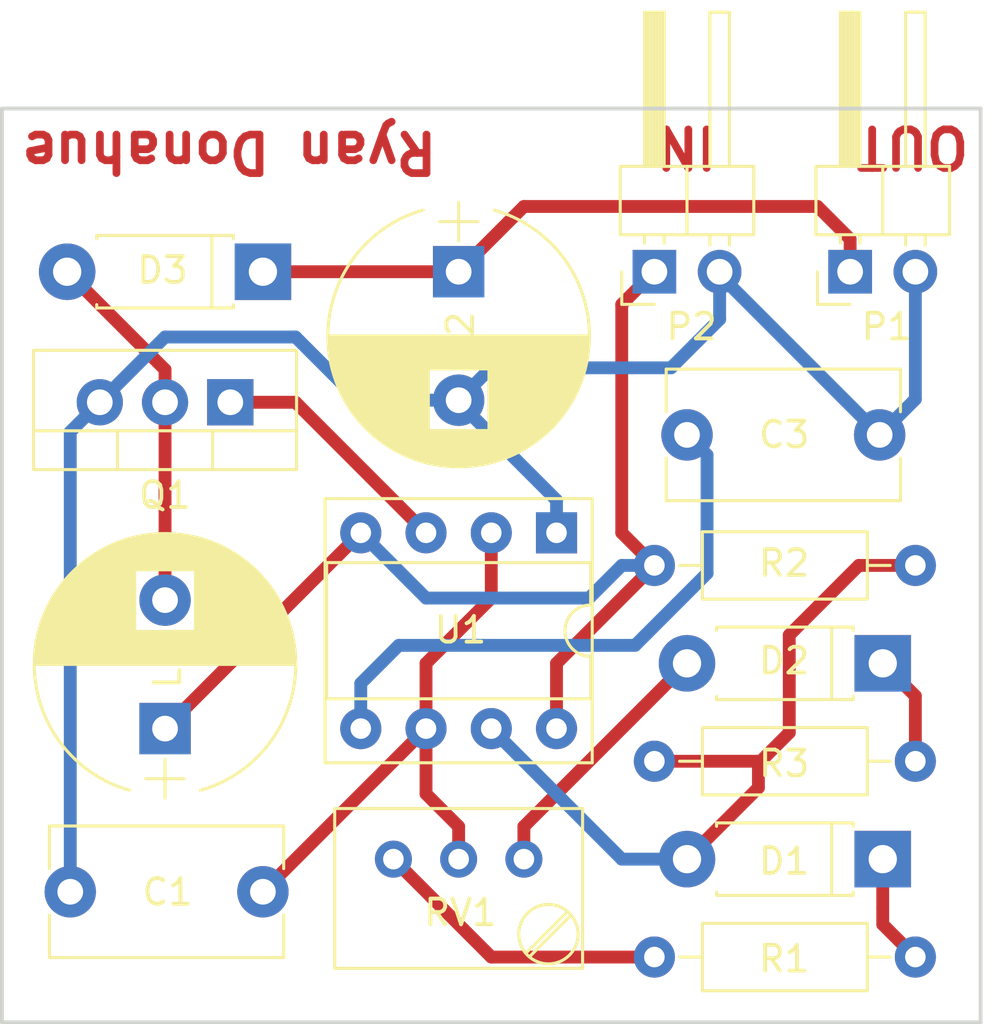
<source format=kicad_pcb>
(kicad_pcb (version 4) (host pcbnew 4.0.1-stable)

  (general
    (links 26)
    (no_connects 0)
    (area 209.474999 67.234999 247.725001 102.945001)
    (thickness 1.6)
    (drawings 7)
    (tracks 70)
    (zones 0)
    (modules 15)
    (nets 13)
  )

  (page A4)
  (layers
    (0 F.Cu signal)
    (31 B.Cu signal)
    (32 B.Adhes user)
    (33 F.Adhes user)
    (34 B.Paste user)
    (35 F.Paste user)
    (36 B.SilkS user)
    (37 F.SilkS user)
    (38 B.Mask user)
    (39 F.Mask user)
    (40 Dwgs.User user)
    (41 Cmts.User user)
    (42 Eco1.User user)
    (43 Eco2.User user)
    (44 Edge.Cuts user)
    (45 Margin user)
    (46 B.CrtYd user)
    (47 F.CrtYd user)
    (48 B.Fab user)
    (49 F.Fab user)
  )

  (setup
    (last_trace_width 0.5)
    (trace_clearance 0.2)
    (zone_clearance 0.508)
    (zone_45_only no)
    (trace_min 0.2)
    (segment_width 0.2)
    (edge_width 0.15)
    (via_size 0.6)
    (via_drill 0.4)
    (via_min_size 0.4)
    (via_min_drill 0.3)
    (uvia_size 0.3)
    (uvia_drill 0.1)
    (uvias_allowed no)
    (uvia_min_size 0.2)
    (uvia_min_drill 0.1)
    (pcb_text_width 0.3)
    (pcb_text_size 1.5 1.5)
    (mod_edge_width 0.15)
    (mod_text_size 1 1)
    (mod_text_width 0.15)
    (pad_size 1.524 1.524)
    (pad_drill 0.762)
    (pad_to_mask_clearance 0.2)
    (aux_axis_origin 0 0)
    (visible_elements 7FFE3FFF)
    (pcbplotparams
      (layerselection 0x00030_80000001)
      (usegerberextensions false)
      (excludeedgelayer true)
      (linewidth 0.100000)
      (plotframeref false)
      (viasonmask false)
      (mode 1)
      (useauxorigin false)
      (hpglpennumber 1)
      (hpglpenspeed 20)
      (hpglpendiameter 15)
      (hpglpenoverlay 2)
      (psnegative false)
      (psa4output false)
      (plotreference true)
      (plotvalue true)
      (plotinvisibletext false)
      (padsonsilk false)
      (subtractmaskfromsilk false)
      (outputformat 1)
      (mirror false)
      (drillshape 1)
      (scaleselection 1)
      (outputdirectory ""))
  )

  (net 0 "")
  (net 1 "Net-(C1-Pad1)")
  (net 2 GND)
  (net 3 VOUT)
  (net 4 "Net-(C3-Pad1)")
  (net 5 "Net-(D1-Pad1)")
  (net 6 "Net-(D1-Pad2)")
  (net 7 "Net-(D2-Pad1)")
  (net 8 "Net-(D2-Pad2)")
  (net 9 "Net-(D3-Pad2)")
  (net 10 VDD)
  (net 11 "Net-(Q1-Pad1)")
  (net 12 "Net-(R1-Pad2)")

  (net_class Default "This is the default net class."
    (clearance 0.2)
    (trace_width 0.5)
    (via_dia 0.6)
    (via_drill 0.4)
    (uvia_dia 0.3)
    (uvia_drill 0.1)
    (add_net GND)
    (add_net "Net-(C1-Pad1)")
    (add_net "Net-(C3-Pad1)")
    (add_net "Net-(D1-Pad1)")
    (add_net "Net-(D1-Pad2)")
    (add_net "Net-(D2-Pad1)")
    (add_net "Net-(D2-Pad2)")
    (add_net "Net-(D3-Pad2)")
    (add_net "Net-(Q1-Pad1)")
    (add_net "Net-(R1-Pad2)")
    (add_net VDD)
    (add_net VOUT)
  )

  (module Resistors_ThroughHole:R_Axial_DIN0207_L6.3mm_D2.5mm_P10.16mm_Horizontal (layer F.Cu) (tedit 5AA45E8F) (tstamp 5AA34331)
    (at 234.95 92.71)
    (descr "Resistor, Axial_DIN0207 series, Axial, Horizontal, pin pitch=10.16mm, 0.25W = 1/4W, length*diameter=6.3*2.5mm^2, http://cdn-reichelt.de/documents/datenblatt/B400/1_4W%23YAG.pdf")
    (tags "Resistor Axial_DIN0207 series Axial Horizontal pin pitch 10.16mm 0.25W = 1/4W length 6.3mm diameter 2.5mm")
    (path /5AA25445)
    (fp_text reference R3 (at 5.05 0.09) (layer F.SilkS)
      (effects (font (size 1 1) (thickness 0.15)))
    )
    (fp_text value R (at 5.08 2.31) (layer F.Fab)
      (effects (font (size 1 1) (thickness 0.15)))
    )
    (fp_line (start 1.93 -1.25) (end 1.93 1.25) (layer F.Fab) (width 0.1))
    (fp_line (start 1.93 1.25) (end 8.23 1.25) (layer F.Fab) (width 0.1))
    (fp_line (start 8.23 1.25) (end 8.23 -1.25) (layer F.Fab) (width 0.1))
    (fp_line (start 8.23 -1.25) (end 1.93 -1.25) (layer F.Fab) (width 0.1))
    (fp_line (start 0 0) (end 1.93 0) (layer F.Fab) (width 0.1))
    (fp_line (start 10.16 0) (end 8.23 0) (layer F.Fab) (width 0.1))
    (fp_line (start 1.87 -1.31) (end 1.87 1.31) (layer F.SilkS) (width 0.12))
    (fp_line (start 1.87 1.31) (end 8.29 1.31) (layer F.SilkS) (width 0.12))
    (fp_line (start 8.29 1.31) (end 8.29 -1.31) (layer F.SilkS) (width 0.12))
    (fp_line (start 8.29 -1.31) (end 1.87 -1.31) (layer F.SilkS) (width 0.12))
    (fp_line (start 0.98 0) (end 1.87 0) (layer F.SilkS) (width 0.12))
    (fp_line (start 9.18 0) (end 8.29 0) (layer F.SilkS) (width 0.12))
    (fp_line (start -1.05 -1.6) (end -1.05 1.6) (layer F.CrtYd) (width 0.05))
    (fp_line (start -1.05 1.6) (end 11.25 1.6) (layer F.CrtYd) (width 0.05))
    (fp_line (start 11.25 1.6) (end 11.25 -1.6) (layer F.CrtYd) (width 0.05))
    (fp_line (start 11.25 -1.6) (end -1.05 -1.6) (layer F.CrtYd) (width 0.05))
    (pad 1 thru_hole circle (at 0 0) (size 1.6 1.6) (drill 0.8) (layers *.Cu *.Mask)
      (net 6 "Net-(D1-Pad2)"))
    (pad 2 thru_hole oval (at 10.16 0) (size 1.6 1.6) (drill 0.8) (layers *.Cu *.Mask)
      (net 7 "Net-(D2-Pad1)"))
    (model ${KISYS3DMOD}/Resistors_THT.3dshapes/R_Axial_DIN0207_L6.3mm_D2.5mm_P10.16mm_Horizontal.wrl
      (at (xyz 0 0 0))
      (scale (xyz 0.393701 0.393701 0.393701))
      (rotate (xyz 0 0 0))
    )
  )

  (module Diodes_ThroughHole:D_DO-41_SOD81_P7.62mm_Horizontal (layer F.Cu) (tedit 5AA45D6D) (tstamp 5AA342FA)
    (at 243.84 96.52 180)
    (descr "D, DO-41_SOD81 series, Axial, Horizontal, pin pitch=7.62mm, , length*diameter=5.2*2.7mm^2, , http://www.diodes.com/_files/packages/DO-41%20(Plastic).pdf")
    (tags "D DO-41_SOD81 series Axial Horizontal pin pitch 7.62mm  length 5.2mm diameter 2.7mm")
    (path /5AA24F2C)
    (fp_text reference D1 (at 3.84 -0.08 180) (layer F.SilkS)
      (effects (font (size 1 1) (thickness 0.15)))
    )
    (fp_text value D_Schottky (at 3.81 2.41 180) (layer F.Fab)
      (effects (font (size 1 1) (thickness 0.15)))
    )
    (fp_text user %R (at 3.81 0 180) (layer F.Fab)
      (effects (font (size 1 1) (thickness 0.15)))
    )
    (fp_line (start 1.21 -1.35) (end 1.21 1.35) (layer F.Fab) (width 0.1))
    (fp_line (start 1.21 1.35) (end 6.41 1.35) (layer F.Fab) (width 0.1))
    (fp_line (start 6.41 1.35) (end 6.41 -1.35) (layer F.Fab) (width 0.1))
    (fp_line (start 6.41 -1.35) (end 1.21 -1.35) (layer F.Fab) (width 0.1))
    (fp_line (start 0 0) (end 1.21 0) (layer F.Fab) (width 0.1))
    (fp_line (start 7.62 0) (end 6.41 0) (layer F.Fab) (width 0.1))
    (fp_line (start 1.99 -1.35) (end 1.99 1.35) (layer F.Fab) (width 0.1))
    (fp_line (start 1.15 -1.28) (end 1.15 -1.41) (layer F.SilkS) (width 0.12))
    (fp_line (start 1.15 -1.41) (end 6.47 -1.41) (layer F.SilkS) (width 0.12))
    (fp_line (start 6.47 -1.41) (end 6.47 -1.28) (layer F.SilkS) (width 0.12))
    (fp_line (start 1.15 1.28) (end 1.15 1.41) (layer F.SilkS) (width 0.12))
    (fp_line (start 1.15 1.41) (end 6.47 1.41) (layer F.SilkS) (width 0.12))
    (fp_line (start 6.47 1.41) (end 6.47 1.28) (layer F.SilkS) (width 0.12))
    (fp_line (start 1.99 -1.41) (end 1.99 1.41) (layer F.SilkS) (width 0.12))
    (fp_line (start -1.35 -1.7) (end -1.35 1.7) (layer F.CrtYd) (width 0.05))
    (fp_line (start -1.35 1.7) (end 9 1.7) (layer F.CrtYd) (width 0.05))
    (fp_line (start 9 1.7) (end 9 -1.7) (layer F.CrtYd) (width 0.05))
    (fp_line (start 9 -1.7) (end -1.35 -1.7) (layer F.CrtYd) (width 0.05))
    (pad 1 thru_hole rect (at 0 0 180) (size 2.2 2.2) (drill 1.1) (layers *.Cu *.Mask)
      (net 5 "Net-(D1-Pad1)"))
    (pad 2 thru_hole oval (at 7.62 0 180) (size 2.2 2.2) (drill 1.1) (layers *.Cu *.Mask)
      (net 6 "Net-(D1-Pad2)"))
    (model ${KISYS3DMOD}/Diodes_THT.3dshapes/D_DO-41_SOD81_P7.62mm_Horizontal.wrl
      (at (xyz 0 0 0))
      (scale (xyz 0.393701 0.393701 0.393701))
      (rotate (xyz 0 0 0))
    )
  )

  (module Housings_DIP:DIP-8_W7.62mm_Socket (layer F.Cu) (tedit 5AA45EFB) (tstamp 5AA34344)
    (at 231.14 83.82 270)
    (descr "8-lead though-hole mounted DIP package, row spacing 7.62 mm (300 mils), Socket")
    (tags "THT DIP DIL PDIP 2.54mm 7.62mm 300mil Socket")
    (path /5AA28B24)
    (fp_text reference U1 (at 3.78 3.74 360) (layer F.SilkS)
      (effects (font (size 1 1) (thickness 0.15)))
    )
    (fp_text value NE555 (at 3.81 9.95 270) (layer F.Fab)
      (effects (font (size 1 1) (thickness 0.15)))
    )
    (fp_arc (start 3.81 -1.33) (end 2.81 -1.33) (angle -180) (layer F.SilkS) (width 0.12))
    (fp_line (start 1.635 -1.27) (end 6.985 -1.27) (layer F.Fab) (width 0.1))
    (fp_line (start 6.985 -1.27) (end 6.985 8.89) (layer F.Fab) (width 0.1))
    (fp_line (start 6.985 8.89) (end 0.635 8.89) (layer F.Fab) (width 0.1))
    (fp_line (start 0.635 8.89) (end 0.635 -0.27) (layer F.Fab) (width 0.1))
    (fp_line (start 0.635 -0.27) (end 1.635 -1.27) (layer F.Fab) (width 0.1))
    (fp_line (start -1.27 -1.33) (end -1.27 8.95) (layer F.Fab) (width 0.1))
    (fp_line (start -1.27 8.95) (end 8.89 8.95) (layer F.Fab) (width 0.1))
    (fp_line (start 8.89 8.95) (end 8.89 -1.33) (layer F.Fab) (width 0.1))
    (fp_line (start 8.89 -1.33) (end -1.27 -1.33) (layer F.Fab) (width 0.1))
    (fp_line (start 2.81 -1.33) (end 1.16 -1.33) (layer F.SilkS) (width 0.12))
    (fp_line (start 1.16 -1.33) (end 1.16 8.95) (layer F.SilkS) (width 0.12))
    (fp_line (start 1.16 8.95) (end 6.46 8.95) (layer F.SilkS) (width 0.12))
    (fp_line (start 6.46 8.95) (end 6.46 -1.33) (layer F.SilkS) (width 0.12))
    (fp_line (start 6.46 -1.33) (end 4.81 -1.33) (layer F.SilkS) (width 0.12))
    (fp_line (start -1.33 -1.39) (end -1.33 9.01) (layer F.SilkS) (width 0.12))
    (fp_line (start -1.33 9.01) (end 8.95 9.01) (layer F.SilkS) (width 0.12))
    (fp_line (start 8.95 9.01) (end 8.95 -1.39) (layer F.SilkS) (width 0.12))
    (fp_line (start 8.95 -1.39) (end -1.33 -1.39) (layer F.SilkS) (width 0.12))
    (fp_line (start -1.55 -1.6) (end -1.55 9.2) (layer F.CrtYd) (width 0.05))
    (fp_line (start -1.55 9.2) (end 9.15 9.2) (layer F.CrtYd) (width 0.05))
    (fp_line (start 9.15 9.2) (end 9.15 -1.6) (layer F.CrtYd) (width 0.05))
    (fp_line (start 9.15 -1.6) (end -1.55 -1.6) (layer F.CrtYd) (width 0.05))
    (fp_text user %R (at 3.81 3.81 270) (layer F.Fab)
      (effects (font (size 1 1) (thickness 0.15)))
    )
    (pad 1 thru_hole rect (at 0 0 270) (size 1.6 1.6) (drill 0.8) (layers *.Cu *.Mask)
      (net 2 GND))
    (pad 5 thru_hole oval (at 7.62 7.62 270) (size 1.6 1.6) (drill 0.8) (layers *.Cu *.Mask)
      (net 4 "Net-(C3-Pad1)"))
    (pad 2 thru_hole oval (at 0 2.54 270) (size 1.6 1.6) (drill 0.8) (layers *.Cu *.Mask)
      (net 1 "Net-(C1-Pad1)"))
    (pad 6 thru_hole oval (at 7.62 5.08 270) (size 1.6 1.6) (drill 0.8) (layers *.Cu *.Mask)
      (net 1 "Net-(C1-Pad1)"))
    (pad 3 thru_hole oval (at 0 5.08 270) (size 1.6 1.6) (drill 0.8) (layers *.Cu *.Mask)
      (net 11 "Net-(Q1-Pad1)"))
    (pad 7 thru_hole oval (at 7.62 2.54 270) (size 1.6 1.6) (drill 0.8) (layers *.Cu *.Mask)
      (net 6 "Net-(D1-Pad2)"))
    (pad 4 thru_hole oval (at 0 7.62 270) (size 1.6 1.6) (drill 0.8) (layers *.Cu *.Mask)
      (net 10 VDD))
    (pad 8 thru_hole oval (at 7.62 0 270) (size 1.6 1.6) (drill 0.8) (layers *.Cu *.Mask)
      (net 10 VDD))
    (model ${KISYS3DMOD}/Housings_DIP.3dshapes/DIP-8_W7.62mm_Socket.wrl
      (at (xyz 0 0 0))
      (scale (xyz 1 1 1))
      (rotate (xyz 0 0 0))
    )
  )

  (module Potentiometers:Potentiometer_Trimmer_Bourns_3299W (layer F.Cu) (tedit 5AA45ECA) (tstamp 5AA34338)
    (at 229.87 96.52)
    (descr "Spindle Trimmer Potentiometer, Bourns 3299W, https://www.bourns.com/pdfs/3299.pdf")
    (tags "Spindle Trimmer Potentiometer   Bourns 3299W")
    (path /5AA258CB)
    (fp_text reference RV1 (at -2.47 2.08) (layer F.SilkS)
      (effects (font (size 1 1) (thickness 0.15)))
    )
    (fp_text value POT (at -2.54 5.44) (layer F.Fab)
      (effects (font (size 1 1) (thickness 0.15)))
    )
    (fp_circle (center 0.955 2.92) (end 2.05 2.92) (layer F.Fab) (width 0.1))
    (fp_circle (center 0.955 2.92) (end 2.11 2.92) (layer F.SilkS) (width 0.12))
    (fp_line (start -7.305 -1.91) (end -7.305 4.19) (layer F.Fab) (width 0.1))
    (fp_line (start -7.305 4.19) (end 2.225 4.19) (layer F.Fab) (width 0.1))
    (fp_line (start 2.225 4.19) (end 2.225 -1.91) (layer F.Fab) (width 0.1))
    (fp_line (start 2.225 -1.91) (end -7.305 -1.91) (layer F.Fab) (width 0.1))
    (fp_line (start 1.786 2.224) (end 0.259 3.751) (layer F.Fab) (width 0.1))
    (fp_line (start 1.652 2.09) (end 0.125 3.617) (layer F.Fab) (width 0.1))
    (fp_line (start -7.365 -1.97) (end 2.285 -1.97) (layer F.SilkS) (width 0.12))
    (fp_line (start -7.365 4.25) (end 2.285 4.25) (layer F.SilkS) (width 0.12))
    (fp_line (start -7.365 -1.97) (end -7.365 4.25) (layer F.SilkS) (width 0.12))
    (fp_line (start 2.285 -1.97) (end 2.285 4.25) (layer F.SilkS) (width 0.12))
    (fp_line (start 1.831 2.186) (end 0.22 3.796) (layer F.SilkS) (width 0.12))
    (fp_line (start 1.691 2.045) (end 0.079 3.655) (layer F.SilkS) (width 0.12))
    (fp_line (start -7.6 -2.2) (end -7.6 4.45) (layer F.CrtYd) (width 0.05))
    (fp_line (start -7.6 4.45) (end 2.5 4.45) (layer F.CrtYd) (width 0.05))
    (fp_line (start 2.5 4.45) (end 2.5 -2.2) (layer F.CrtYd) (width 0.05))
    (fp_line (start 2.5 -2.2) (end -7.6 -2.2) (layer F.CrtYd) (width 0.05))
    (pad 1 thru_hole circle (at 0 0) (size 1.44 1.44) (drill 0.8) (layers *.Cu *.Mask)
      (net 8 "Net-(D2-Pad2)"))
    (pad 2 thru_hole circle (at -2.54 0) (size 1.44 1.44) (drill 0.8) (layers *.Cu *.Mask)
      (net 1 "Net-(C1-Pad1)"))
    (pad 3 thru_hole circle (at -5.08 0) (size 1.44 1.44) (drill 0.8) (layers *.Cu *.Mask)
      (net 12 "Net-(R1-Pad2)"))
    (model Potentiometers.3dshapes/Potentiometer_Trimmer_Bourns_3299W.wrl
      (at (xyz 0 0 0))
      (scale (xyz 0.393701 0.393701 0.393701))
      (rotate (xyz 0 0 0))
    )
  )

  (module Capacitors_ThroughHole:C_Disc_D9.0mm_W5.0mm_P7.50mm (layer F.Cu) (tedit 5AA45ECD) (tstamp 5AA342E8)
    (at 219.71 97.79 180)
    (descr "C, Disc series, Radial, pin pitch=7.50mm, , diameter*width=9*5.0mm^2, Capacitor, http://www.vishay.com/docs/28535/vy2series.pdf")
    (tags "C Disc series Radial pin pitch 7.50mm  diameter 9mm width 5.0mm Capacitor")
    (path /5AA25D16)
    (fp_text reference C1 (at 3.71 -0.01 180) (layer F.SilkS)
      (effects (font (size 1 1) (thickness 0.15)))
    )
    (fp_text value C (at 3.75 3.81 180) (layer F.Fab)
      (effects (font (size 1 1) (thickness 0.15)))
    )
    (fp_line (start -0.75 -2.5) (end -0.75 2.5) (layer F.Fab) (width 0.1))
    (fp_line (start -0.75 2.5) (end 8.25 2.5) (layer F.Fab) (width 0.1))
    (fp_line (start 8.25 2.5) (end 8.25 -2.5) (layer F.Fab) (width 0.1))
    (fp_line (start 8.25 -2.5) (end -0.75 -2.5) (layer F.Fab) (width 0.1))
    (fp_line (start -0.81 -2.56) (end 8.31 -2.56) (layer F.SilkS) (width 0.12))
    (fp_line (start -0.81 2.56) (end 8.31 2.56) (layer F.SilkS) (width 0.12))
    (fp_line (start -0.81 -2.56) (end -0.81 -0.901) (layer F.SilkS) (width 0.12))
    (fp_line (start -0.81 0.901) (end -0.81 2.56) (layer F.SilkS) (width 0.12))
    (fp_line (start 8.31 -2.56) (end 8.31 -0.901) (layer F.SilkS) (width 0.12))
    (fp_line (start 8.31 0.901) (end 8.31 2.56) (layer F.SilkS) (width 0.12))
    (fp_line (start -1.25 -2.85) (end -1.25 2.85) (layer F.CrtYd) (width 0.05))
    (fp_line (start -1.25 2.85) (end 8.75 2.85) (layer F.CrtYd) (width 0.05))
    (fp_line (start 8.75 2.85) (end 8.75 -2.85) (layer F.CrtYd) (width 0.05))
    (fp_line (start 8.75 -2.85) (end -1.25 -2.85) (layer F.CrtYd) (width 0.05))
    (fp_text user %R (at 3.75 0 180) (layer F.Fab)
      (effects (font (size 1 1) (thickness 0.15)))
    )
    (pad 1 thru_hole circle (at 0 0 180) (size 2 2) (drill 1) (layers *.Cu *.Mask)
      (net 1 "Net-(C1-Pad1)"))
    (pad 2 thru_hole circle (at 7.5 0 180) (size 2 2) (drill 1) (layers *.Cu *.Mask)
      (net 2 GND))
    (model ${KISYS3DMOD}/Capacitors_THT.3dshapes/C_Disc_D9.0mm_W5.0mm_P7.50mm.wrl
      (at (xyz 0 0 0))
      (scale (xyz 1 1 1))
      (rotate (xyz 0 0 0))
    )
  )

  (module Capacitors_ThroughHole:CP_Radial_D10.0mm_P5.00mm (layer F.Cu) (tedit 5AA45F39) (tstamp 5AA342EE)
    (at 227.33 73.66 270)
    (descr "CP, Radial series, Radial, pin pitch=5.00mm, , diameter=10mm, Electrolytic Capacitor")
    (tags "CP Radial series Radial pin pitch 5.00mm  diameter 10mm Electrolytic Capacitor")
    (path /5AA25348)
    (fp_text reference C2 (at 2.54 -0.07 270) (layer F.SilkS)
      (effects (font (size 1 1) (thickness 0.15)))
    )
    (fp_text value C (at 2.5 6.31 270) (layer F.Fab)
      (effects (font (size 1 1) (thickness 0.15)))
    )
    (fp_arc (start 2.5 0) (end -2.399357 -1.38) (angle 148.5) (layer F.SilkS) (width 0.12))
    (fp_arc (start 2.5 0) (end -2.399357 1.38) (angle -148.5) (layer F.SilkS) (width 0.12))
    (fp_arc (start 2.5 0) (end 7.399357 -1.38) (angle 31.5) (layer F.SilkS) (width 0.12))
    (fp_circle (center 2.5 0) (end 7.5 0) (layer F.Fab) (width 0.1))
    (fp_line (start -2.7 0) (end -1.2 0) (layer F.Fab) (width 0.1))
    (fp_line (start -1.95 -0.75) (end -1.95 0.75) (layer F.Fab) (width 0.1))
    (fp_line (start 2.5 -5.05) (end 2.5 5.05) (layer F.SilkS) (width 0.12))
    (fp_line (start 2.54 -5.05) (end 2.54 5.05) (layer F.SilkS) (width 0.12))
    (fp_line (start 2.58 -5.05) (end 2.58 5.05) (layer F.SilkS) (width 0.12))
    (fp_line (start 2.62 -5.049) (end 2.62 5.049) (layer F.SilkS) (width 0.12))
    (fp_line (start 2.66 -5.048) (end 2.66 5.048) (layer F.SilkS) (width 0.12))
    (fp_line (start 2.7 -5.047) (end 2.7 5.047) (layer F.SilkS) (width 0.12))
    (fp_line (start 2.74 -5.045) (end 2.74 5.045) (layer F.SilkS) (width 0.12))
    (fp_line (start 2.78 -5.043) (end 2.78 5.043) (layer F.SilkS) (width 0.12))
    (fp_line (start 2.82 -5.04) (end 2.82 5.04) (layer F.SilkS) (width 0.12))
    (fp_line (start 2.86 -5.038) (end 2.86 5.038) (layer F.SilkS) (width 0.12))
    (fp_line (start 2.9 -5.035) (end 2.9 5.035) (layer F.SilkS) (width 0.12))
    (fp_line (start 2.94 -5.031) (end 2.94 5.031) (layer F.SilkS) (width 0.12))
    (fp_line (start 2.98 -5.028) (end 2.98 5.028) (layer F.SilkS) (width 0.12))
    (fp_line (start 3.02 -5.024) (end 3.02 5.024) (layer F.SilkS) (width 0.12))
    (fp_line (start 3.06 -5.02) (end 3.06 5.02) (layer F.SilkS) (width 0.12))
    (fp_line (start 3.1 -5.015) (end 3.1 5.015) (layer F.SilkS) (width 0.12))
    (fp_line (start 3.14 -5.01) (end 3.14 5.01) (layer F.SilkS) (width 0.12))
    (fp_line (start 3.18 -5.005) (end 3.18 5.005) (layer F.SilkS) (width 0.12))
    (fp_line (start 3.221 -4.999) (end 3.221 4.999) (layer F.SilkS) (width 0.12))
    (fp_line (start 3.261 -4.993) (end 3.261 4.993) (layer F.SilkS) (width 0.12))
    (fp_line (start 3.301 -4.987) (end 3.301 4.987) (layer F.SilkS) (width 0.12))
    (fp_line (start 3.341 -4.981) (end 3.341 4.981) (layer F.SilkS) (width 0.12))
    (fp_line (start 3.381 -4.974) (end 3.381 4.974) (layer F.SilkS) (width 0.12))
    (fp_line (start 3.421 -4.967) (end 3.421 4.967) (layer F.SilkS) (width 0.12))
    (fp_line (start 3.461 -4.959) (end 3.461 4.959) (layer F.SilkS) (width 0.12))
    (fp_line (start 3.501 -4.951) (end 3.501 4.951) (layer F.SilkS) (width 0.12))
    (fp_line (start 3.541 -4.943) (end 3.541 4.943) (layer F.SilkS) (width 0.12))
    (fp_line (start 3.581 -4.935) (end 3.581 4.935) (layer F.SilkS) (width 0.12))
    (fp_line (start 3.621 -4.926) (end 3.621 4.926) (layer F.SilkS) (width 0.12))
    (fp_line (start 3.661 -4.917) (end 3.661 4.917) (layer F.SilkS) (width 0.12))
    (fp_line (start 3.701 -4.907) (end 3.701 4.907) (layer F.SilkS) (width 0.12))
    (fp_line (start 3.741 -4.897) (end 3.741 4.897) (layer F.SilkS) (width 0.12))
    (fp_line (start 3.781 -4.887) (end 3.781 4.887) (layer F.SilkS) (width 0.12))
    (fp_line (start 3.821 -4.876) (end 3.821 -1.181) (layer F.SilkS) (width 0.12))
    (fp_line (start 3.821 1.181) (end 3.821 4.876) (layer F.SilkS) (width 0.12))
    (fp_line (start 3.861 -4.865) (end 3.861 -1.181) (layer F.SilkS) (width 0.12))
    (fp_line (start 3.861 1.181) (end 3.861 4.865) (layer F.SilkS) (width 0.12))
    (fp_line (start 3.901 -4.854) (end 3.901 -1.181) (layer F.SilkS) (width 0.12))
    (fp_line (start 3.901 1.181) (end 3.901 4.854) (layer F.SilkS) (width 0.12))
    (fp_line (start 3.941 -4.843) (end 3.941 -1.181) (layer F.SilkS) (width 0.12))
    (fp_line (start 3.941 1.181) (end 3.941 4.843) (layer F.SilkS) (width 0.12))
    (fp_line (start 3.981 -4.831) (end 3.981 -1.181) (layer F.SilkS) (width 0.12))
    (fp_line (start 3.981 1.181) (end 3.981 4.831) (layer F.SilkS) (width 0.12))
    (fp_line (start 4.021 -4.818) (end 4.021 -1.181) (layer F.SilkS) (width 0.12))
    (fp_line (start 4.021 1.181) (end 4.021 4.818) (layer F.SilkS) (width 0.12))
    (fp_line (start 4.061 -4.806) (end 4.061 -1.181) (layer F.SilkS) (width 0.12))
    (fp_line (start 4.061 1.181) (end 4.061 4.806) (layer F.SilkS) (width 0.12))
    (fp_line (start 4.101 -4.792) (end 4.101 -1.181) (layer F.SilkS) (width 0.12))
    (fp_line (start 4.101 1.181) (end 4.101 4.792) (layer F.SilkS) (width 0.12))
    (fp_line (start 4.141 -4.779) (end 4.141 -1.181) (layer F.SilkS) (width 0.12))
    (fp_line (start 4.141 1.181) (end 4.141 4.779) (layer F.SilkS) (width 0.12))
    (fp_line (start 4.181 -4.765) (end 4.181 -1.181) (layer F.SilkS) (width 0.12))
    (fp_line (start 4.181 1.181) (end 4.181 4.765) (layer F.SilkS) (width 0.12))
    (fp_line (start 4.221 -4.751) (end 4.221 -1.181) (layer F.SilkS) (width 0.12))
    (fp_line (start 4.221 1.181) (end 4.221 4.751) (layer F.SilkS) (width 0.12))
    (fp_line (start 4.261 -4.737) (end 4.261 -1.181) (layer F.SilkS) (width 0.12))
    (fp_line (start 4.261 1.181) (end 4.261 4.737) (layer F.SilkS) (width 0.12))
    (fp_line (start 4.301 -4.722) (end 4.301 -1.181) (layer F.SilkS) (width 0.12))
    (fp_line (start 4.301 1.181) (end 4.301 4.722) (layer F.SilkS) (width 0.12))
    (fp_line (start 4.341 -4.706) (end 4.341 -1.181) (layer F.SilkS) (width 0.12))
    (fp_line (start 4.341 1.181) (end 4.341 4.706) (layer F.SilkS) (width 0.12))
    (fp_line (start 4.381 -4.691) (end 4.381 -1.181) (layer F.SilkS) (width 0.12))
    (fp_line (start 4.381 1.181) (end 4.381 4.691) (layer F.SilkS) (width 0.12))
    (fp_line (start 4.421 -4.674) (end 4.421 -1.181) (layer F.SilkS) (width 0.12))
    (fp_line (start 4.421 1.181) (end 4.421 4.674) (layer F.SilkS) (width 0.12))
    (fp_line (start 4.461 -4.658) (end 4.461 -1.181) (layer F.SilkS) (width 0.12))
    (fp_line (start 4.461 1.181) (end 4.461 4.658) (layer F.SilkS) (width 0.12))
    (fp_line (start 4.501 -4.641) (end 4.501 -1.181) (layer F.SilkS) (width 0.12))
    (fp_line (start 4.501 1.181) (end 4.501 4.641) (layer F.SilkS) (width 0.12))
    (fp_line (start 4.541 -4.624) (end 4.541 -1.181) (layer F.SilkS) (width 0.12))
    (fp_line (start 4.541 1.181) (end 4.541 4.624) (layer F.SilkS) (width 0.12))
    (fp_line (start 4.581 -4.606) (end 4.581 -1.181) (layer F.SilkS) (width 0.12))
    (fp_line (start 4.581 1.181) (end 4.581 4.606) (layer F.SilkS) (width 0.12))
    (fp_line (start 4.621 -4.588) (end 4.621 -1.181) (layer F.SilkS) (width 0.12))
    (fp_line (start 4.621 1.181) (end 4.621 4.588) (layer F.SilkS) (width 0.12))
    (fp_line (start 4.661 -4.569) (end 4.661 -1.181) (layer F.SilkS) (width 0.12))
    (fp_line (start 4.661 1.181) (end 4.661 4.569) (layer F.SilkS) (width 0.12))
    (fp_line (start 4.701 -4.55) (end 4.701 -1.181) (layer F.SilkS) (width 0.12))
    (fp_line (start 4.701 1.181) (end 4.701 4.55) (layer F.SilkS) (width 0.12))
    (fp_line (start 4.741 -4.531) (end 4.741 -1.181) (layer F.SilkS) (width 0.12))
    (fp_line (start 4.741 1.181) (end 4.741 4.531) (layer F.SilkS) (width 0.12))
    (fp_line (start 4.781 -4.511) (end 4.781 -1.181) (layer F.SilkS) (width 0.12))
    (fp_line (start 4.781 1.181) (end 4.781 4.511) (layer F.SilkS) (width 0.12))
    (fp_line (start 4.821 -4.491) (end 4.821 -1.181) (layer F.SilkS) (width 0.12))
    (fp_line (start 4.821 1.181) (end 4.821 4.491) (layer F.SilkS) (width 0.12))
    (fp_line (start 4.861 -4.47) (end 4.861 -1.181) (layer F.SilkS) (width 0.12))
    (fp_line (start 4.861 1.181) (end 4.861 4.47) (layer F.SilkS) (width 0.12))
    (fp_line (start 4.901 -4.449) (end 4.901 -1.181) (layer F.SilkS) (width 0.12))
    (fp_line (start 4.901 1.181) (end 4.901 4.449) (layer F.SilkS) (width 0.12))
    (fp_line (start 4.941 -4.428) (end 4.941 -1.181) (layer F.SilkS) (width 0.12))
    (fp_line (start 4.941 1.181) (end 4.941 4.428) (layer F.SilkS) (width 0.12))
    (fp_line (start 4.981 -4.405) (end 4.981 -1.181) (layer F.SilkS) (width 0.12))
    (fp_line (start 4.981 1.181) (end 4.981 4.405) (layer F.SilkS) (width 0.12))
    (fp_line (start 5.021 -4.383) (end 5.021 -1.181) (layer F.SilkS) (width 0.12))
    (fp_line (start 5.021 1.181) (end 5.021 4.383) (layer F.SilkS) (width 0.12))
    (fp_line (start 5.061 -4.36) (end 5.061 -1.181) (layer F.SilkS) (width 0.12))
    (fp_line (start 5.061 1.181) (end 5.061 4.36) (layer F.SilkS) (width 0.12))
    (fp_line (start 5.101 -4.336) (end 5.101 -1.181) (layer F.SilkS) (width 0.12))
    (fp_line (start 5.101 1.181) (end 5.101 4.336) (layer F.SilkS) (width 0.12))
    (fp_line (start 5.141 -4.312) (end 5.141 -1.181) (layer F.SilkS) (width 0.12))
    (fp_line (start 5.141 1.181) (end 5.141 4.312) (layer F.SilkS) (width 0.12))
    (fp_line (start 5.181 -4.288) (end 5.181 -1.181) (layer F.SilkS) (width 0.12))
    (fp_line (start 5.181 1.181) (end 5.181 4.288) (layer F.SilkS) (width 0.12))
    (fp_line (start 5.221 -4.263) (end 5.221 -1.181) (layer F.SilkS) (width 0.12))
    (fp_line (start 5.221 1.181) (end 5.221 4.263) (layer F.SilkS) (width 0.12))
    (fp_line (start 5.261 -4.237) (end 5.261 -1.181) (layer F.SilkS) (width 0.12))
    (fp_line (start 5.261 1.181) (end 5.261 4.237) (layer F.SilkS) (width 0.12))
    (fp_line (start 5.301 -4.211) (end 5.301 -1.181) (layer F.SilkS) (width 0.12))
    (fp_line (start 5.301 1.181) (end 5.301 4.211) (layer F.SilkS) (width 0.12))
    (fp_line (start 5.341 -4.185) (end 5.341 -1.181) (layer F.SilkS) (width 0.12))
    (fp_line (start 5.341 1.181) (end 5.341 4.185) (layer F.SilkS) (width 0.12))
    (fp_line (start 5.381 -4.157) (end 5.381 -1.181) (layer F.SilkS) (width 0.12))
    (fp_line (start 5.381 1.181) (end 5.381 4.157) (layer F.SilkS) (width 0.12))
    (fp_line (start 5.421 -4.13) (end 5.421 -1.181) (layer F.SilkS) (width 0.12))
    (fp_line (start 5.421 1.181) (end 5.421 4.13) (layer F.SilkS) (width 0.12))
    (fp_line (start 5.461 -4.101) (end 5.461 -1.181) (layer F.SilkS) (width 0.12))
    (fp_line (start 5.461 1.181) (end 5.461 4.101) (layer F.SilkS) (width 0.12))
    (fp_line (start 5.501 -4.072) (end 5.501 -1.181) (layer F.SilkS) (width 0.12))
    (fp_line (start 5.501 1.181) (end 5.501 4.072) (layer F.SilkS) (width 0.12))
    (fp_line (start 5.541 -4.043) (end 5.541 -1.181) (layer F.SilkS) (width 0.12))
    (fp_line (start 5.541 1.181) (end 5.541 4.043) (layer F.SilkS) (width 0.12))
    (fp_line (start 5.581 -4.013) (end 5.581 -1.181) (layer F.SilkS) (width 0.12))
    (fp_line (start 5.581 1.181) (end 5.581 4.013) (layer F.SilkS) (width 0.12))
    (fp_line (start 5.621 -3.982) (end 5.621 -1.181) (layer F.SilkS) (width 0.12))
    (fp_line (start 5.621 1.181) (end 5.621 3.982) (layer F.SilkS) (width 0.12))
    (fp_line (start 5.661 -3.951) (end 5.661 -1.181) (layer F.SilkS) (width 0.12))
    (fp_line (start 5.661 1.181) (end 5.661 3.951) (layer F.SilkS) (width 0.12))
    (fp_line (start 5.701 -3.919) (end 5.701 -1.181) (layer F.SilkS) (width 0.12))
    (fp_line (start 5.701 1.181) (end 5.701 3.919) (layer F.SilkS) (width 0.12))
    (fp_line (start 5.741 -3.886) (end 5.741 -1.181) (layer F.SilkS) (width 0.12))
    (fp_line (start 5.741 1.181) (end 5.741 3.886) (layer F.SilkS) (width 0.12))
    (fp_line (start 5.781 -3.853) (end 5.781 -1.181) (layer F.SilkS) (width 0.12))
    (fp_line (start 5.781 1.181) (end 5.781 3.853) (layer F.SilkS) (width 0.12))
    (fp_line (start 5.821 -3.819) (end 5.821 -1.181) (layer F.SilkS) (width 0.12))
    (fp_line (start 5.821 1.181) (end 5.821 3.819) (layer F.SilkS) (width 0.12))
    (fp_line (start 5.861 -3.784) (end 5.861 -1.181) (layer F.SilkS) (width 0.12))
    (fp_line (start 5.861 1.181) (end 5.861 3.784) (layer F.SilkS) (width 0.12))
    (fp_line (start 5.901 -3.748) (end 5.901 -1.181) (layer F.SilkS) (width 0.12))
    (fp_line (start 5.901 1.181) (end 5.901 3.748) (layer F.SilkS) (width 0.12))
    (fp_line (start 5.941 -3.712) (end 5.941 -1.181) (layer F.SilkS) (width 0.12))
    (fp_line (start 5.941 1.181) (end 5.941 3.712) (layer F.SilkS) (width 0.12))
    (fp_line (start 5.981 -3.675) (end 5.981 -1.181) (layer F.SilkS) (width 0.12))
    (fp_line (start 5.981 1.181) (end 5.981 3.675) (layer F.SilkS) (width 0.12))
    (fp_line (start 6.021 -3.637) (end 6.021 -1.181) (layer F.SilkS) (width 0.12))
    (fp_line (start 6.021 1.181) (end 6.021 3.637) (layer F.SilkS) (width 0.12))
    (fp_line (start 6.061 -3.598) (end 6.061 -1.181) (layer F.SilkS) (width 0.12))
    (fp_line (start 6.061 1.181) (end 6.061 3.598) (layer F.SilkS) (width 0.12))
    (fp_line (start 6.101 -3.559) (end 6.101 -1.181) (layer F.SilkS) (width 0.12))
    (fp_line (start 6.101 1.181) (end 6.101 3.559) (layer F.SilkS) (width 0.12))
    (fp_line (start 6.141 -3.518) (end 6.141 -1.181) (layer F.SilkS) (width 0.12))
    (fp_line (start 6.141 1.181) (end 6.141 3.518) (layer F.SilkS) (width 0.12))
    (fp_line (start 6.181 -3.477) (end 6.181 3.477) (layer F.SilkS) (width 0.12))
    (fp_line (start 6.221 -3.435) (end 6.221 3.435) (layer F.SilkS) (width 0.12))
    (fp_line (start 6.261 -3.391) (end 6.261 3.391) (layer F.SilkS) (width 0.12))
    (fp_line (start 6.301 -3.347) (end 6.301 3.347) (layer F.SilkS) (width 0.12))
    (fp_line (start 6.341 -3.302) (end 6.341 3.302) (layer F.SilkS) (width 0.12))
    (fp_line (start 6.381 -3.255) (end 6.381 3.255) (layer F.SilkS) (width 0.12))
    (fp_line (start 6.421 -3.207) (end 6.421 3.207) (layer F.SilkS) (width 0.12))
    (fp_line (start 6.461 -3.158) (end 6.461 3.158) (layer F.SilkS) (width 0.12))
    (fp_line (start 6.501 -3.108) (end 6.501 3.108) (layer F.SilkS) (width 0.12))
    (fp_line (start 6.541 -3.057) (end 6.541 3.057) (layer F.SilkS) (width 0.12))
    (fp_line (start 6.581 -3.004) (end 6.581 3.004) (layer F.SilkS) (width 0.12))
    (fp_line (start 6.621 -2.949) (end 6.621 2.949) (layer F.SilkS) (width 0.12))
    (fp_line (start 6.661 -2.894) (end 6.661 2.894) (layer F.SilkS) (width 0.12))
    (fp_line (start 6.701 -2.836) (end 6.701 2.836) (layer F.SilkS) (width 0.12))
    (fp_line (start 6.741 -2.777) (end 6.741 2.777) (layer F.SilkS) (width 0.12))
    (fp_line (start 6.781 -2.715) (end 6.781 2.715) (layer F.SilkS) (width 0.12))
    (fp_line (start 6.821 -2.652) (end 6.821 2.652) (layer F.SilkS) (width 0.12))
    (fp_line (start 6.861 -2.587) (end 6.861 2.587) (layer F.SilkS) (width 0.12))
    (fp_line (start 6.901 -2.519) (end 6.901 2.519) (layer F.SilkS) (width 0.12))
    (fp_line (start 6.941 -2.449) (end 6.941 2.449) (layer F.SilkS) (width 0.12))
    (fp_line (start 6.981 -2.377) (end 6.981 2.377) (layer F.SilkS) (width 0.12))
    (fp_line (start 7.021 -2.301) (end 7.021 2.301) (layer F.SilkS) (width 0.12))
    (fp_line (start 7.061 -2.222) (end 7.061 2.222) (layer F.SilkS) (width 0.12))
    (fp_line (start 7.101 -2.14) (end 7.101 2.14) (layer F.SilkS) (width 0.12))
    (fp_line (start 7.141 -2.053) (end 7.141 2.053) (layer F.SilkS) (width 0.12))
    (fp_line (start 7.181 -1.962) (end 7.181 1.962) (layer F.SilkS) (width 0.12))
    (fp_line (start 7.221 -1.866) (end 7.221 1.866) (layer F.SilkS) (width 0.12))
    (fp_line (start 7.261 -1.763) (end 7.261 1.763) (layer F.SilkS) (width 0.12))
    (fp_line (start 7.301 -1.654) (end 7.301 1.654) (layer F.SilkS) (width 0.12))
    (fp_line (start 7.341 -1.536) (end 7.341 1.536) (layer F.SilkS) (width 0.12))
    (fp_line (start 7.381 -1.407) (end 7.381 1.407) (layer F.SilkS) (width 0.12))
    (fp_line (start 7.421 -1.265) (end 7.421 1.265) (layer F.SilkS) (width 0.12))
    (fp_line (start 7.461 -1.104) (end 7.461 1.104) (layer F.SilkS) (width 0.12))
    (fp_line (start 7.501 -0.913) (end 7.501 0.913) (layer F.SilkS) (width 0.12))
    (fp_line (start 7.541 -0.672) (end 7.541 0.672) (layer F.SilkS) (width 0.12))
    (fp_line (start 7.581 -0.279) (end 7.581 0.279) (layer F.SilkS) (width 0.12))
    (fp_line (start -2.7 0) (end -1.2 0) (layer F.SilkS) (width 0.12))
    (fp_line (start -1.95 -0.75) (end -1.95 0.75) (layer F.SilkS) (width 0.12))
    (fp_line (start -2.85 -5.35) (end -2.85 5.35) (layer F.CrtYd) (width 0.05))
    (fp_line (start -2.85 5.35) (end 7.85 5.35) (layer F.CrtYd) (width 0.05))
    (fp_line (start 7.85 5.35) (end 7.85 -5.35) (layer F.CrtYd) (width 0.05))
    (fp_line (start 7.85 -5.35) (end -2.85 -5.35) (layer F.CrtYd) (width 0.05))
    (fp_text user %R (at 2.54 -0.07 360) (layer F.Fab)
      (effects (font (size 1 1) (thickness 0.15)))
    )
    (pad 1 thru_hole rect (at 0 0 270) (size 2 2) (drill 1) (layers *.Cu *.Mask)
      (net 3 VOUT))
    (pad 2 thru_hole circle (at 5 0 270) (size 2 2) (drill 1) (layers *.Cu *.Mask)
      (net 2 GND))
    (model ${KISYS3DMOD}/Capacitors_THT.3dshapes/CP_Radial_D10.0mm_P5.00mm.wrl
      (at (xyz 0 0 0))
      (scale (xyz 1 1 1))
      (rotate (xyz 0 0 0))
    )
  )

  (module Capacitors_ThroughHole:C_Disc_D9.0mm_W5.0mm_P7.50mm (layer F.Cu) (tedit 5AA45E9F) (tstamp 5AA342F4)
    (at 236.22 80.01)
    (descr "C, Disc series, Radial, pin pitch=7.50mm, , diameter*width=9*5.0mm^2, Capacitor, http://www.vishay.com/docs/28535/vy2series.pdf")
    (tags "C Disc series Radial pin pitch 7.50mm  diameter 9mm width 5.0mm Capacitor")
    (path /5AA28FEB)
    (fp_text reference C3 (at 3.78 -0.01) (layer F.SilkS)
      (effects (font (size 1 1) (thickness 0.15)))
    )
    (fp_text value C (at 3.75 3.81) (layer F.Fab)
      (effects (font (size 1 1) (thickness 0.15)))
    )
    (fp_line (start -0.75 -2.5) (end -0.75 2.5) (layer F.Fab) (width 0.1))
    (fp_line (start -0.75 2.5) (end 8.25 2.5) (layer F.Fab) (width 0.1))
    (fp_line (start 8.25 2.5) (end 8.25 -2.5) (layer F.Fab) (width 0.1))
    (fp_line (start 8.25 -2.5) (end -0.75 -2.5) (layer F.Fab) (width 0.1))
    (fp_line (start -0.81 -2.56) (end 8.31 -2.56) (layer F.SilkS) (width 0.12))
    (fp_line (start -0.81 2.56) (end 8.31 2.56) (layer F.SilkS) (width 0.12))
    (fp_line (start -0.81 -2.56) (end -0.81 -0.901) (layer F.SilkS) (width 0.12))
    (fp_line (start -0.81 0.901) (end -0.81 2.56) (layer F.SilkS) (width 0.12))
    (fp_line (start 8.31 -2.56) (end 8.31 -0.901) (layer F.SilkS) (width 0.12))
    (fp_line (start 8.31 0.901) (end 8.31 2.56) (layer F.SilkS) (width 0.12))
    (fp_line (start -1.25 -2.85) (end -1.25 2.85) (layer F.CrtYd) (width 0.05))
    (fp_line (start -1.25 2.85) (end 8.75 2.85) (layer F.CrtYd) (width 0.05))
    (fp_line (start 8.75 2.85) (end 8.75 -2.85) (layer F.CrtYd) (width 0.05))
    (fp_line (start 8.75 -2.85) (end -1.25 -2.85) (layer F.CrtYd) (width 0.05))
    (fp_text user %R (at 3.75 0) (layer F.Fab)
      (effects (font (size 1 1) (thickness 0.15)))
    )
    (pad 1 thru_hole circle (at 0 0) (size 2 2) (drill 1) (layers *.Cu *.Mask)
      (net 4 "Net-(C3-Pad1)"))
    (pad 2 thru_hole circle (at 7.5 0) (size 2 2) (drill 1) (layers *.Cu *.Mask)
      (net 2 GND))
    (model ${KISYS3DMOD}/Capacitors_THT.3dshapes/C_Disc_D9.0mm_W5.0mm_P7.50mm.wrl
      (at (xyz 0 0 0))
      (scale (xyz 1 1 1))
      (rotate (xyz 0 0 0))
    )
  )

  (module Diodes_ThroughHole:D_DO-41_SOD81_P7.62mm_Horizontal (layer F.Cu) (tedit 5AA45E97) (tstamp 5AA34300)
    (at 243.84 88.9 180)
    (descr "D, DO-41_SOD81 series, Axial, Horizontal, pin pitch=7.62mm, , length*diameter=5.2*2.7mm^2, , http://www.diodes.com/_files/packages/DO-41%20(Plastic).pdf")
    (tags "D DO-41_SOD81 series Axial Horizontal pin pitch 7.62mm  length 5.2mm diameter 2.7mm")
    (path /5AA24FE9)
    (fp_text reference D2 (at 3.84 0.1 180) (layer F.SilkS)
      (effects (font (size 1 1) (thickness 0.15)))
    )
    (fp_text value D_Schottky (at 3.81 2.41 180) (layer F.Fab)
      (effects (font (size 1 1) (thickness 0.15)))
    )
    (fp_text user %R (at 3.81 0 180) (layer F.Fab)
      (effects (font (size 1 1) (thickness 0.15)))
    )
    (fp_line (start 1.21 -1.35) (end 1.21 1.35) (layer F.Fab) (width 0.1))
    (fp_line (start 1.21 1.35) (end 6.41 1.35) (layer F.Fab) (width 0.1))
    (fp_line (start 6.41 1.35) (end 6.41 -1.35) (layer F.Fab) (width 0.1))
    (fp_line (start 6.41 -1.35) (end 1.21 -1.35) (layer F.Fab) (width 0.1))
    (fp_line (start 0 0) (end 1.21 0) (layer F.Fab) (width 0.1))
    (fp_line (start 7.62 0) (end 6.41 0) (layer F.Fab) (width 0.1))
    (fp_line (start 1.99 -1.35) (end 1.99 1.35) (layer F.Fab) (width 0.1))
    (fp_line (start 1.15 -1.28) (end 1.15 -1.41) (layer F.SilkS) (width 0.12))
    (fp_line (start 1.15 -1.41) (end 6.47 -1.41) (layer F.SilkS) (width 0.12))
    (fp_line (start 6.47 -1.41) (end 6.47 -1.28) (layer F.SilkS) (width 0.12))
    (fp_line (start 1.15 1.28) (end 1.15 1.41) (layer F.SilkS) (width 0.12))
    (fp_line (start 1.15 1.41) (end 6.47 1.41) (layer F.SilkS) (width 0.12))
    (fp_line (start 6.47 1.41) (end 6.47 1.28) (layer F.SilkS) (width 0.12))
    (fp_line (start 1.99 -1.41) (end 1.99 1.41) (layer F.SilkS) (width 0.12))
    (fp_line (start -1.35 -1.7) (end -1.35 1.7) (layer F.CrtYd) (width 0.05))
    (fp_line (start -1.35 1.7) (end 9 1.7) (layer F.CrtYd) (width 0.05))
    (fp_line (start 9 1.7) (end 9 -1.7) (layer F.CrtYd) (width 0.05))
    (fp_line (start 9 -1.7) (end -1.35 -1.7) (layer F.CrtYd) (width 0.05))
    (pad 1 thru_hole rect (at 0 0 180) (size 2.2 2.2) (drill 1.1) (layers *.Cu *.Mask)
      (net 7 "Net-(D2-Pad1)"))
    (pad 2 thru_hole oval (at 7.62 0 180) (size 2.2 2.2) (drill 1.1) (layers *.Cu *.Mask)
      (net 8 "Net-(D2-Pad2)"))
    (model ${KISYS3DMOD}/Diodes_THT.3dshapes/D_DO-41_SOD81_P7.62mm_Horizontal.wrl
      (at (xyz 0 0 0))
      (scale (xyz 0.393701 0.393701 0.393701))
      (rotate (xyz 0 0 0))
    )
  )

  (module Diodes_ThroughHole:D_DO-41_SOD81_P7.62mm_Horizontal (layer F.Cu) (tedit 5AA45EDE) (tstamp 5AA34306)
    (at 219.71 73.66 180)
    (descr "D, DO-41_SOD81 series, Axial, Horizontal, pin pitch=7.62mm, , length*diameter=5.2*2.7mm^2, , http://www.diodes.com/_files/packages/DO-41%20(Plastic).pdf")
    (tags "D DO-41_SOD81 series Axial Horizontal pin pitch 7.62mm  length 5.2mm diameter 2.7mm")
    (path /5AA250BD)
    (fp_text reference D3 (at 3.91 0.06 180) (layer F.SilkS)
      (effects (font (size 1 1) (thickness 0.15)))
    )
    (fp_text value D_Schottky (at 3.81 2.41 180) (layer F.Fab)
      (effects (font (size 1 1) (thickness 0.15)))
    )
    (fp_text user %R (at 3.81 0 180) (layer F.Fab)
      (effects (font (size 1 1) (thickness 0.15)))
    )
    (fp_line (start 1.21 -1.35) (end 1.21 1.35) (layer F.Fab) (width 0.1))
    (fp_line (start 1.21 1.35) (end 6.41 1.35) (layer F.Fab) (width 0.1))
    (fp_line (start 6.41 1.35) (end 6.41 -1.35) (layer F.Fab) (width 0.1))
    (fp_line (start 6.41 -1.35) (end 1.21 -1.35) (layer F.Fab) (width 0.1))
    (fp_line (start 0 0) (end 1.21 0) (layer F.Fab) (width 0.1))
    (fp_line (start 7.62 0) (end 6.41 0) (layer F.Fab) (width 0.1))
    (fp_line (start 1.99 -1.35) (end 1.99 1.35) (layer F.Fab) (width 0.1))
    (fp_line (start 1.15 -1.28) (end 1.15 -1.41) (layer F.SilkS) (width 0.12))
    (fp_line (start 1.15 -1.41) (end 6.47 -1.41) (layer F.SilkS) (width 0.12))
    (fp_line (start 6.47 -1.41) (end 6.47 -1.28) (layer F.SilkS) (width 0.12))
    (fp_line (start 1.15 1.28) (end 1.15 1.41) (layer F.SilkS) (width 0.12))
    (fp_line (start 1.15 1.41) (end 6.47 1.41) (layer F.SilkS) (width 0.12))
    (fp_line (start 6.47 1.41) (end 6.47 1.28) (layer F.SilkS) (width 0.12))
    (fp_line (start 1.99 -1.41) (end 1.99 1.41) (layer F.SilkS) (width 0.12))
    (fp_line (start -1.35 -1.7) (end -1.35 1.7) (layer F.CrtYd) (width 0.05))
    (fp_line (start -1.35 1.7) (end 9 1.7) (layer F.CrtYd) (width 0.05))
    (fp_line (start 9 1.7) (end 9 -1.7) (layer F.CrtYd) (width 0.05))
    (fp_line (start 9 -1.7) (end -1.35 -1.7) (layer F.CrtYd) (width 0.05))
    (pad 1 thru_hole rect (at 0 0 180) (size 2.2 2.2) (drill 1.1) (layers *.Cu *.Mask)
      (net 3 VOUT))
    (pad 2 thru_hole oval (at 7.62 0 180) (size 2.2 2.2) (drill 1.1) (layers *.Cu *.Mask)
      (net 9 "Net-(D3-Pad2)"))
    (model ${KISYS3DMOD}/Diodes_THT.3dshapes/D_DO-41_SOD81_P7.62mm_Horizontal.wrl
      (at (xyz 0 0 0))
      (scale (xyz 0.393701 0.393701 0.393701))
      (rotate (xyz 0 0 0))
    )
  )

  (module Capacitors_ThroughHole:CP_Radial_D10.0mm_P5.00mm (layer F.Cu) (tedit 5AA45ED1) (tstamp 5AA3430C)
    (at 215.9 91.44 90)
    (descr "CP, Radial series, Radial, pin pitch=5.00mm, , diameter=10mm, Electrolytic Capacitor")
    (tags "CP Radial series Radial pin pitch 5.00mm  diameter 10mm Electrolytic Capacitor")
    (path /5AA257D3)
    (fp_text reference L1 (at 2.44 0.1 90) (layer F.SilkS)
      (effects (font (size 1 1) (thickness 0.15)))
    )
    (fp_text value INDUCTOR (at 2.5 6.31 90) (layer F.Fab)
      (effects (font (size 1 1) (thickness 0.15)))
    )
    (fp_arc (start 2.5 0) (end -2.399357 -1.38) (angle 148.5) (layer F.SilkS) (width 0.12))
    (fp_arc (start 2.5 0) (end -2.399357 1.38) (angle -148.5) (layer F.SilkS) (width 0.12))
    (fp_arc (start 2.5 0) (end 7.399357 -1.38) (angle 31.5) (layer F.SilkS) (width 0.12))
    (fp_circle (center 2.5 0) (end 7.5 0) (layer F.Fab) (width 0.1))
    (fp_line (start -2.7 0) (end -1.2 0) (layer F.Fab) (width 0.1))
    (fp_line (start -1.95 -0.75) (end -1.95 0.75) (layer F.Fab) (width 0.1))
    (fp_line (start 2.5 -5.05) (end 2.5 5.05) (layer F.SilkS) (width 0.12))
    (fp_line (start 2.54 -5.05) (end 2.54 5.05) (layer F.SilkS) (width 0.12))
    (fp_line (start 2.58 -5.05) (end 2.58 5.05) (layer F.SilkS) (width 0.12))
    (fp_line (start 2.62 -5.049) (end 2.62 5.049) (layer F.SilkS) (width 0.12))
    (fp_line (start 2.66 -5.048) (end 2.66 5.048) (layer F.SilkS) (width 0.12))
    (fp_line (start 2.7 -5.047) (end 2.7 5.047) (layer F.SilkS) (width 0.12))
    (fp_line (start 2.74 -5.045) (end 2.74 5.045) (layer F.SilkS) (width 0.12))
    (fp_line (start 2.78 -5.043) (end 2.78 5.043) (layer F.SilkS) (width 0.12))
    (fp_line (start 2.82 -5.04) (end 2.82 5.04) (layer F.SilkS) (width 0.12))
    (fp_line (start 2.86 -5.038) (end 2.86 5.038) (layer F.SilkS) (width 0.12))
    (fp_line (start 2.9 -5.035) (end 2.9 5.035) (layer F.SilkS) (width 0.12))
    (fp_line (start 2.94 -5.031) (end 2.94 5.031) (layer F.SilkS) (width 0.12))
    (fp_line (start 2.98 -5.028) (end 2.98 5.028) (layer F.SilkS) (width 0.12))
    (fp_line (start 3.02 -5.024) (end 3.02 5.024) (layer F.SilkS) (width 0.12))
    (fp_line (start 3.06 -5.02) (end 3.06 5.02) (layer F.SilkS) (width 0.12))
    (fp_line (start 3.1 -5.015) (end 3.1 5.015) (layer F.SilkS) (width 0.12))
    (fp_line (start 3.14 -5.01) (end 3.14 5.01) (layer F.SilkS) (width 0.12))
    (fp_line (start 3.18 -5.005) (end 3.18 5.005) (layer F.SilkS) (width 0.12))
    (fp_line (start 3.221 -4.999) (end 3.221 4.999) (layer F.SilkS) (width 0.12))
    (fp_line (start 3.261 -4.993) (end 3.261 4.993) (layer F.SilkS) (width 0.12))
    (fp_line (start 3.301 -4.987) (end 3.301 4.987) (layer F.SilkS) (width 0.12))
    (fp_line (start 3.341 -4.981) (end 3.341 4.981) (layer F.SilkS) (width 0.12))
    (fp_line (start 3.381 -4.974) (end 3.381 4.974) (layer F.SilkS) (width 0.12))
    (fp_line (start 3.421 -4.967) (end 3.421 4.967) (layer F.SilkS) (width 0.12))
    (fp_line (start 3.461 -4.959) (end 3.461 4.959) (layer F.SilkS) (width 0.12))
    (fp_line (start 3.501 -4.951) (end 3.501 4.951) (layer F.SilkS) (width 0.12))
    (fp_line (start 3.541 -4.943) (end 3.541 4.943) (layer F.SilkS) (width 0.12))
    (fp_line (start 3.581 -4.935) (end 3.581 4.935) (layer F.SilkS) (width 0.12))
    (fp_line (start 3.621 -4.926) (end 3.621 4.926) (layer F.SilkS) (width 0.12))
    (fp_line (start 3.661 -4.917) (end 3.661 4.917) (layer F.SilkS) (width 0.12))
    (fp_line (start 3.701 -4.907) (end 3.701 4.907) (layer F.SilkS) (width 0.12))
    (fp_line (start 3.741 -4.897) (end 3.741 4.897) (layer F.SilkS) (width 0.12))
    (fp_line (start 3.781 -4.887) (end 3.781 4.887) (layer F.SilkS) (width 0.12))
    (fp_line (start 3.821 -4.876) (end 3.821 -1.181) (layer F.SilkS) (width 0.12))
    (fp_line (start 3.821 1.181) (end 3.821 4.876) (layer F.SilkS) (width 0.12))
    (fp_line (start 3.861 -4.865) (end 3.861 -1.181) (layer F.SilkS) (width 0.12))
    (fp_line (start 3.861 1.181) (end 3.861 4.865) (layer F.SilkS) (width 0.12))
    (fp_line (start 3.901 -4.854) (end 3.901 -1.181) (layer F.SilkS) (width 0.12))
    (fp_line (start 3.901 1.181) (end 3.901 4.854) (layer F.SilkS) (width 0.12))
    (fp_line (start 3.941 -4.843) (end 3.941 -1.181) (layer F.SilkS) (width 0.12))
    (fp_line (start 3.941 1.181) (end 3.941 4.843) (layer F.SilkS) (width 0.12))
    (fp_line (start 3.981 -4.831) (end 3.981 -1.181) (layer F.SilkS) (width 0.12))
    (fp_line (start 3.981 1.181) (end 3.981 4.831) (layer F.SilkS) (width 0.12))
    (fp_line (start 4.021 -4.818) (end 4.021 -1.181) (layer F.SilkS) (width 0.12))
    (fp_line (start 4.021 1.181) (end 4.021 4.818) (layer F.SilkS) (width 0.12))
    (fp_line (start 4.061 -4.806) (end 4.061 -1.181) (layer F.SilkS) (width 0.12))
    (fp_line (start 4.061 1.181) (end 4.061 4.806) (layer F.SilkS) (width 0.12))
    (fp_line (start 4.101 -4.792) (end 4.101 -1.181) (layer F.SilkS) (width 0.12))
    (fp_line (start 4.101 1.181) (end 4.101 4.792) (layer F.SilkS) (width 0.12))
    (fp_line (start 4.141 -4.779) (end 4.141 -1.181) (layer F.SilkS) (width 0.12))
    (fp_line (start 4.141 1.181) (end 4.141 4.779) (layer F.SilkS) (width 0.12))
    (fp_line (start 4.181 -4.765) (end 4.181 -1.181) (layer F.SilkS) (width 0.12))
    (fp_line (start 4.181 1.181) (end 4.181 4.765) (layer F.SilkS) (width 0.12))
    (fp_line (start 4.221 -4.751) (end 4.221 -1.181) (layer F.SilkS) (width 0.12))
    (fp_line (start 4.221 1.181) (end 4.221 4.751) (layer F.SilkS) (width 0.12))
    (fp_line (start 4.261 -4.737) (end 4.261 -1.181) (layer F.SilkS) (width 0.12))
    (fp_line (start 4.261 1.181) (end 4.261 4.737) (layer F.SilkS) (width 0.12))
    (fp_line (start 4.301 -4.722) (end 4.301 -1.181) (layer F.SilkS) (width 0.12))
    (fp_line (start 4.301 1.181) (end 4.301 4.722) (layer F.SilkS) (width 0.12))
    (fp_line (start 4.341 -4.706) (end 4.341 -1.181) (layer F.SilkS) (width 0.12))
    (fp_line (start 4.341 1.181) (end 4.341 4.706) (layer F.SilkS) (width 0.12))
    (fp_line (start 4.381 -4.691) (end 4.381 -1.181) (layer F.SilkS) (width 0.12))
    (fp_line (start 4.381 1.181) (end 4.381 4.691) (layer F.SilkS) (width 0.12))
    (fp_line (start 4.421 -4.674) (end 4.421 -1.181) (layer F.SilkS) (width 0.12))
    (fp_line (start 4.421 1.181) (end 4.421 4.674) (layer F.SilkS) (width 0.12))
    (fp_line (start 4.461 -4.658) (end 4.461 -1.181) (layer F.SilkS) (width 0.12))
    (fp_line (start 4.461 1.181) (end 4.461 4.658) (layer F.SilkS) (width 0.12))
    (fp_line (start 4.501 -4.641) (end 4.501 -1.181) (layer F.SilkS) (width 0.12))
    (fp_line (start 4.501 1.181) (end 4.501 4.641) (layer F.SilkS) (width 0.12))
    (fp_line (start 4.541 -4.624) (end 4.541 -1.181) (layer F.SilkS) (width 0.12))
    (fp_line (start 4.541 1.181) (end 4.541 4.624) (layer F.SilkS) (width 0.12))
    (fp_line (start 4.581 -4.606) (end 4.581 -1.181) (layer F.SilkS) (width 0.12))
    (fp_line (start 4.581 1.181) (end 4.581 4.606) (layer F.SilkS) (width 0.12))
    (fp_line (start 4.621 -4.588) (end 4.621 -1.181) (layer F.SilkS) (width 0.12))
    (fp_line (start 4.621 1.181) (end 4.621 4.588) (layer F.SilkS) (width 0.12))
    (fp_line (start 4.661 -4.569) (end 4.661 -1.181) (layer F.SilkS) (width 0.12))
    (fp_line (start 4.661 1.181) (end 4.661 4.569) (layer F.SilkS) (width 0.12))
    (fp_line (start 4.701 -4.55) (end 4.701 -1.181) (layer F.SilkS) (width 0.12))
    (fp_line (start 4.701 1.181) (end 4.701 4.55) (layer F.SilkS) (width 0.12))
    (fp_line (start 4.741 -4.531) (end 4.741 -1.181) (layer F.SilkS) (width 0.12))
    (fp_line (start 4.741 1.181) (end 4.741 4.531) (layer F.SilkS) (width 0.12))
    (fp_line (start 4.781 -4.511) (end 4.781 -1.181) (layer F.SilkS) (width 0.12))
    (fp_line (start 4.781 1.181) (end 4.781 4.511) (layer F.SilkS) (width 0.12))
    (fp_line (start 4.821 -4.491) (end 4.821 -1.181) (layer F.SilkS) (width 0.12))
    (fp_line (start 4.821 1.181) (end 4.821 4.491) (layer F.SilkS) (width 0.12))
    (fp_line (start 4.861 -4.47) (end 4.861 -1.181) (layer F.SilkS) (width 0.12))
    (fp_line (start 4.861 1.181) (end 4.861 4.47) (layer F.SilkS) (width 0.12))
    (fp_line (start 4.901 -4.449) (end 4.901 -1.181) (layer F.SilkS) (width 0.12))
    (fp_line (start 4.901 1.181) (end 4.901 4.449) (layer F.SilkS) (width 0.12))
    (fp_line (start 4.941 -4.428) (end 4.941 -1.181) (layer F.SilkS) (width 0.12))
    (fp_line (start 4.941 1.181) (end 4.941 4.428) (layer F.SilkS) (width 0.12))
    (fp_line (start 4.981 -4.405) (end 4.981 -1.181) (layer F.SilkS) (width 0.12))
    (fp_line (start 4.981 1.181) (end 4.981 4.405) (layer F.SilkS) (width 0.12))
    (fp_line (start 5.021 -4.383) (end 5.021 -1.181) (layer F.SilkS) (width 0.12))
    (fp_line (start 5.021 1.181) (end 5.021 4.383) (layer F.SilkS) (width 0.12))
    (fp_line (start 5.061 -4.36) (end 5.061 -1.181) (layer F.SilkS) (width 0.12))
    (fp_line (start 5.061 1.181) (end 5.061 4.36) (layer F.SilkS) (width 0.12))
    (fp_line (start 5.101 -4.336) (end 5.101 -1.181) (layer F.SilkS) (width 0.12))
    (fp_line (start 5.101 1.181) (end 5.101 4.336) (layer F.SilkS) (width 0.12))
    (fp_line (start 5.141 -4.312) (end 5.141 -1.181) (layer F.SilkS) (width 0.12))
    (fp_line (start 5.141 1.181) (end 5.141 4.312) (layer F.SilkS) (width 0.12))
    (fp_line (start 5.181 -4.288) (end 5.181 -1.181) (layer F.SilkS) (width 0.12))
    (fp_line (start 5.181 1.181) (end 5.181 4.288) (layer F.SilkS) (width 0.12))
    (fp_line (start 5.221 -4.263) (end 5.221 -1.181) (layer F.SilkS) (width 0.12))
    (fp_line (start 5.221 1.181) (end 5.221 4.263) (layer F.SilkS) (width 0.12))
    (fp_line (start 5.261 -4.237) (end 5.261 -1.181) (layer F.SilkS) (width 0.12))
    (fp_line (start 5.261 1.181) (end 5.261 4.237) (layer F.SilkS) (width 0.12))
    (fp_line (start 5.301 -4.211) (end 5.301 -1.181) (layer F.SilkS) (width 0.12))
    (fp_line (start 5.301 1.181) (end 5.301 4.211) (layer F.SilkS) (width 0.12))
    (fp_line (start 5.341 -4.185) (end 5.341 -1.181) (layer F.SilkS) (width 0.12))
    (fp_line (start 5.341 1.181) (end 5.341 4.185) (layer F.SilkS) (width 0.12))
    (fp_line (start 5.381 -4.157) (end 5.381 -1.181) (layer F.SilkS) (width 0.12))
    (fp_line (start 5.381 1.181) (end 5.381 4.157) (layer F.SilkS) (width 0.12))
    (fp_line (start 5.421 -4.13) (end 5.421 -1.181) (layer F.SilkS) (width 0.12))
    (fp_line (start 5.421 1.181) (end 5.421 4.13) (layer F.SilkS) (width 0.12))
    (fp_line (start 5.461 -4.101) (end 5.461 -1.181) (layer F.SilkS) (width 0.12))
    (fp_line (start 5.461 1.181) (end 5.461 4.101) (layer F.SilkS) (width 0.12))
    (fp_line (start 5.501 -4.072) (end 5.501 -1.181) (layer F.SilkS) (width 0.12))
    (fp_line (start 5.501 1.181) (end 5.501 4.072) (layer F.SilkS) (width 0.12))
    (fp_line (start 5.541 -4.043) (end 5.541 -1.181) (layer F.SilkS) (width 0.12))
    (fp_line (start 5.541 1.181) (end 5.541 4.043) (layer F.SilkS) (width 0.12))
    (fp_line (start 5.581 -4.013) (end 5.581 -1.181) (layer F.SilkS) (width 0.12))
    (fp_line (start 5.581 1.181) (end 5.581 4.013) (layer F.SilkS) (width 0.12))
    (fp_line (start 5.621 -3.982) (end 5.621 -1.181) (layer F.SilkS) (width 0.12))
    (fp_line (start 5.621 1.181) (end 5.621 3.982) (layer F.SilkS) (width 0.12))
    (fp_line (start 5.661 -3.951) (end 5.661 -1.181) (layer F.SilkS) (width 0.12))
    (fp_line (start 5.661 1.181) (end 5.661 3.951) (layer F.SilkS) (width 0.12))
    (fp_line (start 5.701 -3.919) (end 5.701 -1.181) (layer F.SilkS) (width 0.12))
    (fp_line (start 5.701 1.181) (end 5.701 3.919) (layer F.SilkS) (width 0.12))
    (fp_line (start 5.741 -3.886) (end 5.741 -1.181) (layer F.SilkS) (width 0.12))
    (fp_line (start 5.741 1.181) (end 5.741 3.886) (layer F.SilkS) (width 0.12))
    (fp_line (start 5.781 -3.853) (end 5.781 -1.181) (layer F.SilkS) (width 0.12))
    (fp_line (start 5.781 1.181) (end 5.781 3.853) (layer F.SilkS) (width 0.12))
    (fp_line (start 5.821 -3.819) (end 5.821 -1.181) (layer F.SilkS) (width 0.12))
    (fp_line (start 5.821 1.181) (end 5.821 3.819) (layer F.SilkS) (width 0.12))
    (fp_line (start 5.861 -3.784) (end 5.861 -1.181) (layer F.SilkS) (width 0.12))
    (fp_line (start 5.861 1.181) (end 5.861 3.784) (layer F.SilkS) (width 0.12))
    (fp_line (start 5.901 -3.748) (end 5.901 -1.181) (layer F.SilkS) (width 0.12))
    (fp_line (start 5.901 1.181) (end 5.901 3.748) (layer F.SilkS) (width 0.12))
    (fp_line (start 5.941 -3.712) (end 5.941 -1.181) (layer F.SilkS) (width 0.12))
    (fp_line (start 5.941 1.181) (end 5.941 3.712) (layer F.SilkS) (width 0.12))
    (fp_line (start 5.981 -3.675) (end 5.981 -1.181) (layer F.SilkS) (width 0.12))
    (fp_line (start 5.981 1.181) (end 5.981 3.675) (layer F.SilkS) (width 0.12))
    (fp_line (start 6.021 -3.637) (end 6.021 -1.181) (layer F.SilkS) (width 0.12))
    (fp_line (start 6.021 1.181) (end 6.021 3.637) (layer F.SilkS) (width 0.12))
    (fp_line (start 6.061 -3.598) (end 6.061 -1.181) (layer F.SilkS) (width 0.12))
    (fp_line (start 6.061 1.181) (end 6.061 3.598) (layer F.SilkS) (width 0.12))
    (fp_line (start 6.101 -3.559) (end 6.101 -1.181) (layer F.SilkS) (width 0.12))
    (fp_line (start 6.101 1.181) (end 6.101 3.559) (layer F.SilkS) (width 0.12))
    (fp_line (start 6.141 -3.518) (end 6.141 -1.181) (layer F.SilkS) (width 0.12))
    (fp_line (start 6.141 1.181) (end 6.141 3.518) (layer F.SilkS) (width 0.12))
    (fp_line (start 6.181 -3.477) (end 6.181 3.477) (layer F.SilkS) (width 0.12))
    (fp_line (start 6.221 -3.435) (end 6.221 3.435) (layer F.SilkS) (width 0.12))
    (fp_line (start 6.261 -3.391) (end 6.261 3.391) (layer F.SilkS) (width 0.12))
    (fp_line (start 6.301 -3.347) (end 6.301 3.347) (layer F.SilkS) (width 0.12))
    (fp_line (start 6.341 -3.302) (end 6.341 3.302) (layer F.SilkS) (width 0.12))
    (fp_line (start 6.381 -3.255) (end 6.381 3.255) (layer F.SilkS) (width 0.12))
    (fp_line (start 6.421 -3.207) (end 6.421 3.207) (layer F.SilkS) (width 0.12))
    (fp_line (start 6.461 -3.158) (end 6.461 3.158) (layer F.SilkS) (width 0.12))
    (fp_line (start 6.501 -3.108) (end 6.501 3.108) (layer F.SilkS) (width 0.12))
    (fp_line (start 6.541 -3.057) (end 6.541 3.057) (layer F.SilkS) (width 0.12))
    (fp_line (start 6.581 -3.004) (end 6.581 3.004) (layer F.SilkS) (width 0.12))
    (fp_line (start 6.621 -2.949) (end 6.621 2.949) (layer F.SilkS) (width 0.12))
    (fp_line (start 6.661 -2.894) (end 6.661 2.894) (layer F.SilkS) (width 0.12))
    (fp_line (start 6.701 -2.836) (end 6.701 2.836) (layer F.SilkS) (width 0.12))
    (fp_line (start 6.741 -2.777) (end 6.741 2.777) (layer F.SilkS) (width 0.12))
    (fp_line (start 6.781 -2.715) (end 6.781 2.715) (layer F.SilkS) (width 0.12))
    (fp_line (start 6.821 -2.652) (end 6.821 2.652) (layer F.SilkS) (width 0.12))
    (fp_line (start 6.861 -2.587) (end 6.861 2.587) (layer F.SilkS) (width 0.12))
    (fp_line (start 6.901 -2.519) (end 6.901 2.519) (layer F.SilkS) (width 0.12))
    (fp_line (start 6.941 -2.449) (end 6.941 2.449) (layer F.SilkS) (width 0.12))
    (fp_line (start 6.981 -2.377) (end 6.981 2.377) (layer F.SilkS) (width 0.12))
    (fp_line (start 7.021 -2.301) (end 7.021 2.301) (layer F.SilkS) (width 0.12))
    (fp_line (start 7.061 -2.222) (end 7.061 2.222) (layer F.SilkS) (width 0.12))
    (fp_line (start 7.101 -2.14) (end 7.101 2.14) (layer F.SilkS) (width 0.12))
    (fp_line (start 7.141 -2.053) (end 7.141 2.053) (layer F.SilkS) (width 0.12))
    (fp_line (start 7.181 -1.962) (end 7.181 1.962) (layer F.SilkS) (width 0.12))
    (fp_line (start 7.221 -1.866) (end 7.221 1.866) (layer F.SilkS) (width 0.12))
    (fp_line (start 7.261 -1.763) (end 7.261 1.763) (layer F.SilkS) (width 0.12))
    (fp_line (start 7.301 -1.654) (end 7.301 1.654) (layer F.SilkS) (width 0.12))
    (fp_line (start 7.341 -1.536) (end 7.341 1.536) (layer F.SilkS) (width 0.12))
    (fp_line (start 7.381 -1.407) (end 7.381 1.407) (layer F.SilkS) (width 0.12))
    (fp_line (start 7.421 -1.265) (end 7.421 1.265) (layer F.SilkS) (width 0.12))
    (fp_line (start 7.461 -1.104) (end 7.461 1.104) (layer F.SilkS) (width 0.12))
    (fp_line (start 7.501 -0.913) (end 7.501 0.913) (layer F.SilkS) (width 0.12))
    (fp_line (start 7.541 -0.672) (end 7.541 0.672) (layer F.SilkS) (width 0.12))
    (fp_line (start 7.581 -0.279) (end 7.581 0.279) (layer F.SilkS) (width 0.12))
    (fp_line (start -2.7 0) (end -1.2 0) (layer F.SilkS) (width 0.12))
    (fp_line (start -1.95 -0.75) (end -1.95 0.75) (layer F.SilkS) (width 0.12))
    (fp_line (start -2.85 -5.35) (end -2.85 5.35) (layer F.CrtYd) (width 0.05))
    (fp_line (start -2.85 5.35) (end 7.85 5.35) (layer F.CrtYd) (width 0.05))
    (fp_line (start 7.85 5.35) (end 7.85 -5.35) (layer F.CrtYd) (width 0.05))
    (fp_line (start 7.85 -5.35) (end -2.85 -5.35) (layer F.CrtYd) (width 0.05))
    (fp_text user %R (at 2.5 0 90) (layer F.Fab)
      (effects (font (size 1 1) (thickness 0.15)))
    )
    (pad 1 thru_hole rect (at 0 0 90) (size 2 2) (drill 1) (layers *.Cu *.Mask)
      (net 10 VDD))
    (pad 2 thru_hole circle (at 5 0 90) (size 2 2) (drill 1) (layers *.Cu *.Mask)
      (net 9 "Net-(D3-Pad2)"))
    (model ${KISYS3DMOD}/Capacitors_THT.3dshapes/CP_Radial_D10.0mm_P5.00mm.wrl
      (at (xyz 0 0 0))
      (scale (xyz 1 1 1))
      (rotate (xyz 0 0 0))
    )
  )

  (module Pin_Headers:Pin_Header_Angled_1x02_Pitch2.54mm (layer F.Cu) (tedit 5AA45EA8) (tstamp 5AA34312)
    (at 242.57 73.66 90)
    (descr "Through hole angled pin header, 1x02, 2.54mm pitch, 6mm pin length, single row")
    (tags "Through hole angled pin header THT 1x02 2.54mm single row")
    (path /5AA3295A)
    (fp_text reference P1 (at -2.14 1.43 180) (layer F.SilkS)
      (effects (font (size 1 1) (thickness 0.15)))
    )
    (fp_text value CONN_01X02 (at 4.385 4.81 90) (layer F.Fab)
      (effects (font (size 1 1) (thickness 0.15)))
    )
    (fp_line (start 2.135 -1.27) (end 4.04 -1.27) (layer F.Fab) (width 0.1))
    (fp_line (start 4.04 -1.27) (end 4.04 3.81) (layer F.Fab) (width 0.1))
    (fp_line (start 4.04 3.81) (end 1.5 3.81) (layer F.Fab) (width 0.1))
    (fp_line (start 1.5 3.81) (end 1.5 -0.635) (layer F.Fab) (width 0.1))
    (fp_line (start 1.5 -0.635) (end 2.135 -1.27) (layer F.Fab) (width 0.1))
    (fp_line (start -0.32 -0.32) (end 1.5 -0.32) (layer F.Fab) (width 0.1))
    (fp_line (start -0.32 -0.32) (end -0.32 0.32) (layer F.Fab) (width 0.1))
    (fp_line (start -0.32 0.32) (end 1.5 0.32) (layer F.Fab) (width 0.1))
    (fp_line (start 4.04 -0.32) (end 10.04 -0.32) (layer F.Fab) (width 0.1))
    (fp_line (start 10.04 -0.32) (end 10.04 0.32) (layer F.Fab) (width 0.1))
    (fp_line (start 4.04 0.32) (end 10.04 0.32) (layer F.Fab) (width 0.1))
    (fp_line (start -0.32 2.22) (end 1.5 2.22) (layer F.Fab) (width 0.1))
    (fp_line (start -0.32 2.22) (end -0.32 2.86) (layer F.Fab) (width 0.1))
    (fp_line (start -0.32 2.86) (end 1.5 2.86) (layer F.Fab) (width 0.1))
    (fp_line (start 4.04 2.22) (end 10.04 2.22) (layer F.Fab) (width 0.1))
    (fp_line (start 10.04 2.22) (end 10.04 2.86) (layer F.Fab) (width 0.1))
    (fp_line (start 4.04 2.86) (end 10.04 2.86) (layer F.Fab) (width 0.1))
    (fp_line (start 1.44 -1.33) (end 1.44 3.87) (layer F.SilkS) (width 0.12))
    (fp_line (start 1.44 3.87) (end 4.1 3.87) (layer F.SilkS) (width 0.12))
    (fp_line (start 4.1 3.87) (end 4.1 -1.33) (layer F.SilkS) (width 0.12))
    (fp_line (start 4.1 -1.33) (end 1.44 -1.33) (layer F.SilkS) (width 0.12))
    (fp_line (start 4.1 -0.38) (end 10.1 -0.38) (layer F.SilkS) (width 0.12))
    (fp_line (start 10.1 -0.38) (end 10.1 0.38) (layer F.SilkS) (width 0.12))
    (fp_line (start 10.1 0.38) (end 4.1 0.38) (layer F.SilkS) (width 0.12))
    (fp_line (start 4.1 -0.32) (end 10.1 -0.32) (layer F.SilkS) (width 0.12))
    (fp_line (start 4.1 -0.2) (end 10.1 -0.2) (layer F.SilkS) (width 0.12))
    (fp_line (start 4.1 -0.08) (end 10.1 -0.08) (layer F.SilkS) (width 0.12))
    (fp_line (start 4.1 0.04) (end 10.1 0.04) (layer F.SilkS) (width 0.12))
    (fp_line (start 4.1 0.16) (end 10.1 0.16) (layer F.SilkS) (width 0.12))
    (fp_line (start 4.1 0.28) (end 10.1 0.28) (layer F.SilkS) (width 0.12))
    (fp_line (start 1.11 -0.38) (end 1.44 -0.38) (layer F.SilkS) (width 0.12))
    (fp_line (start 1.11 0.38) (end 1.44 0.38) (layer F.SilkS) (width 0.12))
    (fp_line (start 1.44 1.27) (end 4.1 1.27) (layer F.SilkS) (width 0.12))
    (fp_line (start 4.1 2.16) (end 10.1 2.16) (layer F.SilkS) (width 0.12))
    (fp_line (start 10.1 2.16) (end 10.1 2.92) (layer F.SilkS) (width 0.12))
    (fp_line (start 10.1 2.92) (end 4.1 2.92) (layer F.SilkS) (width 0.12))
    (fp_line (start 1.042929 2.16) (end 1.44 2.16) (layer F.SilkS) (width 0.12))
    (fp_line (start 1.042929 2.92) (end 1.44 2.92) (layer F.SilkS) (width 0.12))
    (fp_line (start -1.27 0) (end -1.27 -1.27) (layer F.SilkS) (width 0.12))
    (fp_line (start -1.27 -1.27) (end 0 -1.27) (layer F.SilkS) (width 0.12))
    (fp_line (start -1.8 -1.8) (end -1.8 4.35) (layer F.CrtYd) (width 0.05))
    (fp_line (start -1.8 4.35) (end 10.55 4.35) (layer F.CrtYd) (width 0.05))
    (fp_line (start 10.55 4.35) (end 10.55 -1.8) (layer F.CrtYd) (width 0.05))
    (fp_line (start 10.55 -1.8) (end -1.8 -1.8) (layer F.CrtYd) (width 0.05))
    (fp_text user %R (at 2.77 1.27 180) (layer F.Fab)
      (effects (font (size 1 1) (thickness 0.15)))
    )
    (pad 1 thru_hole rect (at 0 0 90) (size 1.7 1.7) (drill 1) (layers *.Cu *.Mask)
      (net 3 VOUT))
    (pad 2 thru_hole oval (at 0 2.54 90) (size 1.7 1.7) (drill 1) (layers *.Cu *.Mask)
      (net 2 GND))
    (model ${KISYS3DMOD}/Pin_Headers.3dshapes/Pin_Header_Angled_1x02_Pitch2.54mm.wrl
      (at (xyz 0 0 0))
      (scale (xyz 1 1 1))
      (rotate (xyz 0 0 0))
    )
  )

  (module Pin_Headers:Pin_Header_Angled_1x02_Pitch2.54mm (layer F.Cu) (tedit 5AA45EB1) (tstamp 5AA34318)
    (at 234.95 73.66 90)
    (descr "Through hole angled pin header, 1x02, 2.54mm pitch, 6mm pin length, single row")
    (tags "Through hole angled pin header THT 1x02 2.54mm single row")
    (path /5AA3270D)
    (fp_text reference P2 (at -2.14 1.45 180) (layer F.SilkS)
      (effects (font (size 1 1) (thickness 0.15)))
    )
    (fp_text value CONN_01X02 (at 4.385 4.81 90) (layer F.Fab)
      (effects (font (size 1 1) (thickness 0.15)))
    )
    (fp_line (start 2.135 -1.27) (end 4.04 -1.27) (layer F.Fab) (width 0.1))
    (fp_line (start 4.04 -1.27) (end 4.04 3.81) (layer F.Fab) (width 0.1))
    (fp_line (start 4.04 3.81) (end 1.5 3.81) (layer F.Fab) (width 0.1))
    (fp_line (start 1.5 3.81) (end 1.5 -0.635) (layer F.Fab) (width 0.1))
    (fp_line (start 1.5 -0.635) (end 2.135 -1.27) (layer F.Fab) (width 0.1))
    (fp_line (start -0.32 -0.32) (end 1.5 -0.32) (layer F.Fab) (width 0.1))
    (fp_line (start -0.32 -0.32) (end -0.32 0.32) (layer F.Fab) (width 0.1))
    (fp_line (start -0.32 0.32) (end 1.5 0.32) (layer F.Fab) (width 0.1))
    (fp_line (start 4.04 -0.32) (end 10.04 -0.32) (layer F.Fab) (width 0.1))
    (fp_line (start 10.04 -0.32) (end 10.04 0.32) (layer F.Fab) (width 0.1))
    (fp_line (start 4.04 0.32) (end 10.04 0.32) (layer F.Fab) (width 0.1))
    (fp_line (start -0.32 2.22) (end 1.5 2.22) (layer F.Fab) (width 0.1))
    (fp_line (start -0.32 2.22) (end -0.32 2.86) (layer F.Fab) (width 0.1))
    (fp_line (start -0.32 2.86) (end 1.5 2.86) (layer F.Fab) (width 0.1))
    (fp_line (start 4.04 2.22) (end 10.04 2.22) (layer F.Fab) (width 0.1))
    (fp_line (start 10.04 2.22) (end 10.04 2.86) (layer F.Fab) (width 0.1))
    (fp_line (start 4.04 2.86) (end 10.04 2.86) (layer F.Fab) (width 0.1))
    (fp_line (start 1.44 -1.33) (end 1.44 3.87) (layer F.SilkS) (width 0.12))
    (fp_line (start 1.44 3.87) (end 4.1 3.87) (layer F.SilkS) (width 0.12))
    (fp_line (start 4.1 3.87) (end 4.1 -1.33) (layer F.SilkS) (width 0.12))
    (fp_line (start 4.1 -1.33) (end 1.44 -1.33) (layer F.SilkS) (width 0.12))
    (fp_line (start 4.1 -0.38) (end 10.1 -0.38) (layer F.SilkS) (width 0.12))
    (fp_line (start 10.1 -0.38) (end 10.1 0.38) (layer F.SilkS) (width 0.12))
    (fp_line (start 10.1 0.38) (end 4.1 0.38) (layer F.SilkS) (width 0.12))
    (fp_line (start 4.1 -0.32) (end 10.1 -0.32) (layer F.SilkS) (width 0.12))
    (fp_line (start 4.1 -0.2) (end 10.1 -0.2) (layer F.SilkS) (width 0.12))
    (fp_line (start 4.1 -0.08) (end 10.1 -0.08) (layer F.SilkS) (width 0.12))
    (fp_line (start 4.1 0.04) (end 10.1 0.04) (layer F.SilkS) (width 0.12))
    (fp_line (start 4.1 0.16) (end 10.1 0.16) (layer F.SilkS) (width 0.12))
    (fp_line (start 4.1 0.28) (end 10.1 0.28) (layer F.SilkS) (width 0.12))
    (fp_line (start 1.11 -0.38) (end 1.44 -0.38) (layer F.SilkS) (width 0.12))
    (fp_line (start 1.11 0.38) (end 1.44 0.38) (layer F.SilkS) (width 0.12))
    (fp_line (start 1.44 1.27) (end 4.1 1.27) (layer F.SilkS) (width 0.12))
    (fp_line (start 4.1 2.16) (end 10.1 2.16) (layer F.SilkS) (width 0.12))
    (fp_line (start 10.1 2.16) (end 10.1 2.92) (layer F.SilkS) (width 0.12))
    (fp_line (start 10.1 2.92) (end 4.1 2.92) (layer F.SilkS) (width 0.12))
    (fp_line (start 1.042929 2.16) (end 1.44 2.16) (layer F.SilkS) (width 0.12))
    (fp_line (start 1.042929 2.92) (end 1.44 2.92) (layer F.SilkS) (width 0.12))
    (fp_line (start -1.27 0) (end -1.27 -1.27) (layer F.SilkS) (width 0.12))
    (fp_line (start -1.27 -1.27) (end 0 -1.27) (layer F.SilkS) (width 0.12))
    (fp_line (start -1.8 -1.8) (end -1.8 4.35) (layer F.CrtYd) (width 0.05))
    (fp_line (start -1.8 4.35) (end 10.55 4.35) (layer F.CrtYd) (width 0.05))
    (fp_line (start 10.55 4.35) (end 10.55 -1.8) (layer F.CrtYd) (width 0.05))
    (fp_line (start 10.55 -1.8) (end -1.8 -1.8) (layer F.CrtYd) (width 0.05))
    (fp_text user %R (at 2.77 1.27 180) (layer F.Fab)
      (effects (font (size 1 1) (thickness 0.15)))
    )
    (pad 1 thru_hole rect (at 0 0 90) (size 1.7 1.7) (drill 1) (layers *.Cu *.Mask)
      (net 10 VDD))
    (pad 2 thru_hole oval (at 0 2.54 90) (size 1.7 1.7) (drill 1) (layers *.Cu *.Mask)
      (net 2 GND))
    (model ${KISYS3DMOD}/Pin_Headers.3dshapes/Pin_Header_Angled_1x02_Pitch2.54mm.wrl
      (at (xyz 0 0 0))
      (scale (xyz 1 1 1))
      (rotate (xyz 0 0 0))
    )
  )

  (module TO_SOT_Packages_THT:TO-220-3_Vertical (layer F.Cu) (tedit 58CE52AD) (tstamp 5AA3431F)
    (at 218.44 78.74 180)
    (descr "TO-220-3, Vertical, RM 2.54mm")
    (tags "TO-220-3 Vertical RM 2.54mm")
    (path /5AA2525F)
    (fp_text reference Q1 (at 2.54 -3.62 180) (layer F.SilkS)
      (effects (font (size 1 1) (thickness 0.15)))
    )
    (fp_text value IRF540N (at 2.54 3.92 180) (layer F.Fab)
      (effects (font (size 1 1) (thickness 0.15)))
    )
    (fp_text user %R (at 2.54 -3.62 180) (layer F.Fab)
      (effects (font (size 1 1) (thickness 0.15)))
    )
    (fp_line (start -2.46 -2.5) (end -2.46 1.9) (layer F.Fab) (width 0.1))
    (fp_line (start -2.46 1.9) (end 7.54 1.9) (layer F.Fab) (width 0.1))
    (fp_line (start 7.54 1.9) (end 7.54 -2.5) (layer F.Fab) (width 0.1))
    (fp_line (start 7.54 -2.5) (end -2.46 -2.5) (layer F.Fab) (width 0.1))
    (fp_line (start -2.46 -1.23) (end 7.54 -1.23) (layer F.Fab) (width 0.1))
    (fp_line (start 0.69 -2.5) (end 0.69 -1.23) (layer F.Fab) (width 0.1))
    (fp_line (start 4.39 -2.5) (end 4.39 -1.23) (layer F.Fab) (width 0.1))
    (fp_line (start -2.58 -2.62) (end 7.66 -2.62) (layer F.SilkS) (width 0.12))
    (fp_line (start -2.58 2.021) (end 7.66 2.021) (layer F.SilkS) (width 0.12))
    (fp_line (start -2.58 -2.62) (end -2.58 2.021) (layer F.SilkS) (width 0.12))
    (fp_line (start 7.66 -2.62) (end 7.66 2.021) (layer F.SilkS) (width 0.12))
    (fp_line (start -2.58 -1.11) (end 7.66 -1.11) (layer F.SilkS) (width 0.12))
    (fp_line (start 0.69 -2.62) (end 0.69 -1.11) (layer F.SilkS) (width 0.12))
    (fp_line (start 4.391 -2.62) (end 4.391 -1.11) (layer F.SilkS) (width 0.12))
    (fp_line (start -2.71 -2.75) (end -2.71 2.16) (layer F.CrtYd) (width 0.05))
    (fp_line (start -2.71 2.16) (end 7.79 2.16) (layer F.CrtYd) (width 0.05))
    (fp_line (start 7.79 2.16) (end 7.79 -2.75) (layer F.CrtYd) (width 0.05))
    (fp_line (start 7.79 -2.75) (end -2.71 -2.75) (layer F.CrtYd) (width 0.05))
    (pad 1 thru_hole rect (at 0 0 180) (size 1.8 1.8) (drill 1) (layers *.Cu *.Mask)
      (net 11 "Net-(Q1-Pad1)"))
    (pad 2 thru_hole oval (at 2.54 0 180) (size 1.8 1.8) (drill 1) (layers *.Cu *.Mask)
      (net 9 "Net-(D3-Pad2)"))
    (pad 3 thru_hole oval (at 5.08 0 180) (size 1.8 1.8) (drill 1) (layers *.Cu *.Mask)
      (net 2 GND))
    (model ${KISYS3DMOD}/TO_SOT_Packages_THT.3dshapes/TO-220-3_Vertical.wrl
      (at (xyz 0.1 0 0))
      (scale (xyz 0.393701 0.393701 0.393701))
      (rotate (xyz 0 0 0))
    )
  )

  (module Resistors_ThroughHole:R_Axial_DIN0207_L6.3mm_D2.5mm_P10.16mm_Horizontal (layer F.Cu) (tedit 5AA45D73) (tstamp 5AA34325)
    (at 245.11 100.33 180)
    (descr "Resistor, Axial_DIN0207 series, Axial, Horizontal, pin pitch=10.16mm, 0.25W = 1/4W, length*diameter=6.3*2.5mm^2, http://cdn-reichelt.de/documents/datenblatt/B400/1_4W%23YAG.pdf")
    (tags "Resistor Axial_DIN0207 series Axial Horizontal pin pitch 10.16mm 0.25W = 1/4W length 6.3mm diameter 2.5mm")
    (path /5AA254DB)
    (fp_text reference R1 (at 5.11 -0.07 180) (layer F.SilkS)
      (effects (font (size 1 1) (thickness 0.15)))
    )
    (fp_text value R (at 5.08 2.31 180) (layer F.Fab)
      (effects (font (size 1 1) (thickness 0.15)))
    )
    (fp_line (start 1.93 -1.25) (end 1.93 1.25) (layer F.Fab) (width 0.1))
    (fp_line (start 1.93 1.25) (end 8.23 1.25) (layer F.Fab) (width 0.1))
    (fp_line (start 8.23 1.25) (end 8.23 -1.25) (layer F.Fab) (width 0.1))
    (fp_line (start 8.23 -1.25) (end 1.93 -1.25) (layer F.Fab) (width 0.1))
    (fp_line (start 0 0) (end 1.93 0) (layer F.Fab) (width 0.1))
    (fp_line (start 10.16 0) (end 8.23 0) (layer F.Fab) (width 0.1))
    (fp_line (start 1.87 -1.31) (end 1.87 1.31) (layer F.SilkS) (width 0.12))
    (fp_line (start 1.87 1.31) (end 8.29 1.31) (layer F.SilkS) (width 0.12))
    (fp_line (start 8.29 1.31) (end 8.29 -1.31) (layer F.SilkS) (width 0.12))
    (fp_line (start 8.29 -1.31) (end 1.87 -1.31) (layer F.SilkS) (width 0.12))
    (fp_line (start 0.98 0) (end 1.87 0) (layer F.SilkS) (width 0.12))
    (fp_line (start 9.18 0) (end 8.29 0) (layer F.SilkS) (width 0.12))
    (fp_line (start -1.05 -1.6) (end -1.05 1.6) (layer F.CrtYd) (width 0.05))
    (fp_line (start -1.05 1.6) (end 11.25 1.6) (layer F.CrtYd) (width 0.05))
    (fp_line (start 11.25 1.6) (end 11.25 -1.6) (layer F.CrtYd) (width 0.05))
    (fp_line (start 11.25 -1.6) (end -1.05 -1.6) (layer F.CrtYd) (width 0.05))
    (pad 1 thru_hole circle (at 0 0 180) (size 1.6 1.6) (drill 0.8) (layers *.Cu *.Mask)
      (net 5 "Net-(D1-Pad1)"))
    (pad 2 thru_hole oval (at 10.16 0 180) (size 1.6 1.6) (drill 0.8) (layers *.Cu *.Mask)
      (net 12 "Net-(R1-Pad2)"))
    (model ${KISYS3DMOD}/Resistors_THT.3dshapes/R_Axial_DIN0207_L6.3mm_D2.5mm_P10.16mm_Horizontal.wrl
      (at (xyz 0 0 0))
      (scale (xyz 0.393701 0.393701 0.393701))
      (rotate (xyz 0 0 0))
    )
  )

  (module Resistors_ThroughHole:R_Axial_DIN0207_L6.3mm_D2.5mm_P10.16mm_Horizontal (layer F.Cu) (tedit 5AA45D54) (tstamp 5AA3432B)
    (at 234.95 85.09)
    (descr "Resistor, Axial_DIN0207 series, Axial, Horizontal, pin pitch=10.16mm, 0.25W = 1/4W, length*diameter=6.3*2.5mm^2, http://cdn-reichelt.de/documents/datenblatt/B400/1_4W%23YAG.pdf")
    (tags "Resistor Axial_DIN0207 series Axial Horizontal pin pitch 10.16mm 0.25W = 1/4W length 6.3mm diameter 2.5mm")
    (path /5AA2551E)
    (fp_text reference R2 (at 5.05 -0.09) (layer F.SilkS)
      (effects (font (size 1 1) (thickness 0.15)))
    )
    (fp_text value R (at 5.08 2.31) (layer F.Fab)
      (effects (font (size 1 1) (thickness 0.15)))
    )
    (fp_line (start 1.93 -1.25) (end 1.93 1.25) (layer F.Fab) (width 0.1))
    (fp_line (start 1.93 1.25) (end 8.23 1.25) (layer F.Fab) (width 0.1))
    (fp_line (start 8.23 1.25) (end 8.23 -1.25) (layer F.Fab) (width 0.1))
    (fp_line (start 8.23 -1.25) (end 1.93 -1.25) (layer F.Fab) (width 0.1))
    (fp_line (start 0 0) (end 1.93 0) (layer F.Fab) (width 0.1))
    (fp_line (start 10.16 0) (end 8.23 0) (layer F.Fab) (width 0.1))
    (fp_line (start 1.87 -1.31) (end 1.87 1.31) (layer F.SilkS) (width 0.12))
    (fp_line (start 1.87 1.31) (end 8.29 1.31) (layer F.SilkS) (width 0.12))
    (fp_line (start 8.29 1.31) (end 8.29 -1.31) (layer F.SilkS) (width 0.12))
    (fp_line (start 8.29 -1.31) (end 1.87 -1.31) (layer F.SilkS) (width 0.12))
    (fp_line (start 0.98 0) (end 1.87 0) (layer F.SilkS) (width 0.12))
    (fp_line (start 9.18 0) (end 8.29 0) (layer F.SilkS) (width 0.12))
    (fp_line (start -1.05 -1.6) (end -1.05 1.6) (layer F.CrtYd) (width 0.05))
    (fp_line (start -1.05 1.6) (end 11.25 1.6) (layer F.CrtYd) (width 0.05))
    (fp_line (start 11.25 1.6) (end 11.25 -1.6) (layer F.CrtYd) (width 0.05))
    (fp_line (start 11.25 -1.6) (end -1.05 -1.6) (layer F.CrtYd) (width 0.05))
    (pad 1 thru_hole circle (at 0 0) (size 1.6 1.6) (drill 0.8) (layers *.Cu *.Mask)
      (net 10 VDD))
    (pad 2 thru_hole oval (at 10.16 0) (size 1.6 1.6) (drill 0.8) (layers *.Cu *.Mask)
      (net 6 "Net-(D1-Pad2)"))
    (model ${KISYS3DMOD}/Resistors_THT.3dshapes/R_Axial_DIN0207_L6.3mm_D2.5mm_P10.16mm_Horizontal.wrl
      (at (xyz 0 0 0))
      (scale (xyz 0.393701 0.393701 0.393701))
      (rotate (xyz 0 0 0))
    )
  )

  (gr_text IN (at 236.2 68.8 180) (layer F.Cu)
    (effects (font (size 1.5 1.5) (thickness 0.3)))
  )
  (gr_line (start 209.55 102.87) (end 209.55 67.31) (angle 90) (layer Edge.Cuts) (width 0.15))
  (gr_line (start 247.65 102.87) (end 209.55 102.87) (angle 90) (layer Edge.Cuts) (width 0.15))
  (gr_line (start 247.65 67.31) (end 247.65 102.87) (angle 90) (layer Edge.Cuts) (width 0.15))
  (gr_line (start 209.55 67.31) (end 247.65 67.31) (angle 90) (layer Edge.Cuts) (width 0.15))
  (gr_text OUT (at 245 68.8 180) (layer F.Cu)
    (effects (font (size 1.5 1.5) (thickness 0.3)))
  )
  (gr_text "Ryan Donahue" (at 218.4 69 180) (layer F.Cu)
    (effects (font (size 1.5 1.5) (thickness 0.3)))
  )

  (segment (start 219.71 97.79) (end 226.06 91.44) (width 0.5) (layer F.Cu) (net 1))
  (segment (start 227.33 96.52) (end 227.33 95.25) (width 0.5) (layer F.Cu) (net 1))
  (segment (start 226.06 93.98) (end 226.06 91.44) (width 0.5) (layer F.Cu) (net 1) (tstamp 5AA44972))
  (segment (start 227.33 95.25) (end 226.06 93.98) (width 0.5) (layer F.Cu) (net 1) (tstamp 5AA44970))
  (segment (start 226.06 91.44) (end 226.06 88.9) (width 0.5) (layer F.Cu) (net 1))
  (segment (start 228.6 86.36) (end 228.6 83.82) (width 0.5) (layer F.Cu) (net 1) (tstamp 5AA4496D))
  (segment (start 226.06 88.9) (end 228.6 86.36) (width 0.5) (layer F.Cu) (net 1) (tstamp 5AA4496B))
  (segment (start 237.49 73.66) (end 237.49 75.51) (width 0.5) (layer B.Cu) (net 2) (status 400000))
  (segment (start 228.59 77.4) (end 227.33 78.66) (width 0.5) (layer B.Cu) (net 2) (tstamp 5AA45BBC) (status 800000))
  (segment (start 235.6 77.4) (end 228.59 77.4) (width 0.5) (layer B.Cu) (net 2) (tstamp 5AA45BB7))
  (segment (start 237.49 75.51) (end 235.6 77.4) (width 0.5) (layer B.Cu) (net 2) (tstamp 5AA45BB3))
  (segment (start 237.49 73.66) (end 237.49 73.78) (width 0.25) (layer B.Cu) (net 2))
  (segment (start 237.49 73.78) (end 243.72 80.01) (width 0.5) (layer B.Cu) (net 2) (tstamp 5AA44A83))
  (segment (start 245.11 73.66) (end 245.11 78.62) (width 0.5) (layer B.Cu) (net 2))
  (segment (start 245.11 78.62) (end 243.72 80.01) (width 0.5) (layer B.Cu) (net 2) (tstamp 5AA44A7F))
  (segment (start 220.98 76.2) (end 215.9 76.2) (width 0.5) (layer B.Cu) (net 2))
  (segment (start 223.44 78.66) (end 220.98 76.2) (width 0.5) (layer B.Cu) (net 2) (tstamp 5AA4499A))
  (segment (start 227.33 78.66) (end 223.44 78.66) (width 0.5) (layer B.Cu) (net 2))
  (segment (start 215.9 76.2) (end 213.36 78.74) (width 0.5) (layer B.Cu) (net 2) (tstamp 5AA4499E))
  (segment (start 227.33 78.66) (end 227.33 78.74) (width 0.25) (layer B.Cu) (net 2))
  (segment (start 227.33 78.74) (end 231.14 82.55) (width 0.5) (layer B.Cu) (net 2) (tstamp 5AA44978))
  (segment (start 231.14 82.55) (end 231.14 83.82) (width 0.5) (layer B.Cu) (net 2) (tstamp 5AA44979))
  (segment (start 243.72 80.01) (end 243.84 80.01) (width 0.25) (layer B.Cu) (net 2))
  (segment (start 212.21 97.79) (end 212.21 79.89) (width 0.5) (layer B.Cu) (net 2))
  (segment (start 212.21 79.89) (end 213.36 78.74) (width 0.5) (layer B.Cu) (net 2) (tstamp 5AA4492F))
  (segment (start 242.57 73.66) (end 242.57 72.39) (width 0.5) (layer F.Cu) (net 3))
  (segment (start 229.87 71.12) (end 227.33 73.66) (width 0.5) (layer F.Cu) (net 3) (tstamp 5AA44A95))
  (segment (start 241.3 71.12) (end 229.87 71.12) (width 0.5) (layer F.Cu) (net 3) (tstamp 5AA44A93))
  (segment (start 242.57 72.39) (end 241.3 71.12) (width 0.5) (layer F.Cu) (net 3) (tstamp 5AA44A91))
  (segment (start 227.33 73.66) (end 219.71 73.66) (width 0.5) (layer F.Cu) (net 3))
  (segment (start 223.52 91.44) (end 223.52 89.68) (width 0.5) (layer B.Cu) (net 4) (status 400000))
  (segment (start 237 80.79) (end 236.22 80.01) (width 0.5) (layer B.Cu) (net 4) (tstamp 5AA46234) (status 800000))
  (segment (start 237 85.4) (end 237 80.79) (width 0.5) (layer B.Cu) (net 4) (tstamp 5AA46232))
  (segment (start 234.2 88.2) (end 237 85.4) (width 0.5) (layer B.Cu) (net 4) (tstamp 5AA46230))
  (segment (start 225 88.2) (end 234.2 88.2) (width 0.5) (layer B.Cu) (net 4) (tstamp 5AA4622F))
  (segment (start 223.52 89.68) (end 225 88.2) (width 0.5) (layer B.Cu) (net 4) (tstamp 5AA4622E))
  (segment (start 243.84 98.4) (end 243.84 99.06) (width 0.5) (layer F.Cu) (net 5) (tstamp 5AA45A53))
  (segment (start 243.84 96.52) (end 243.84 98.4) (width 0.5) (layer F.Cu) (net 5))
  (segment (start 243.84 99.06) (end 245.11 100.33) (width 0.5) (layer F.Cu) (net 5) (tstamp 5AA44932))
  (segment (start 239 92.71) (end 239 93.74) (width 0.5) (layer F.Cu) (net 6))
  (segment (start 239 93.74) (end 236.22 96.52) (width 0.5) (layer F.Cu) (net 6) (tstamp 5AA45A24))
  (segment (start 245.11 85.09) (end 242.91 85.09) (width 0.5) (layer F.Cu) (net 6))
  (segment (start 239.09 92.71) (end 239 92.71) (width 0.5) (layer F.Cu) (net 6) (tstamp 5AA45A1C))
  (segment (start 239 92.71) (end 234.95 92.71) (width 0.5) (layer F.Cu) (net 6) (tstamp 5AA45A22))
  (segment (start 240.2 91.6) (end 239.09 92.71) (width 0.5) (layer F.Cu) (net 6) (tstamp 5AA45A19))
  (segment (start 240.2 87.8) (end 240.2 91.6) (width 0.5) (layer F.Cu) (net 6) (tstamp 5AA45A16))
  (segment (start 242.91 85.09) (end 240.2 87.8) (width 0.5) (layer F.Cu) (net 6) (tstamp 5AA45A0E))
  (segment (start 228.6 91.44) (end 233.68 96.52) (width 0.5) (layer B.Cu) (net 6))
  (segment (start 233.68 96.52) (end 236.22 96.52) (width 0.5) (layer B.Cu) (net 6) (tstamp 5AA449D1))
  (segment (start 245.11 92.71) (end 245.11 90.17) (width 0.5) (layer F.Cu) (net 7))
  (segment (start 245.11 90.17) (end 243.84 88.9) (width 0.5) (layer F.Cu) (net 7) (tstamp 5AA4493E))
  (segment (start 236.22 88.9) (end 229.87 95.25) (width 0.5) (layer F.Cu) (net 8))
  (segment (start 229.87 95.25) (end 229.87 96.52) (width 0.5) (layer F.Cu) (net 8) (tstamp 5AA4497D))
  (segment (start 215.9 86.44) (end 215.9 78.74) (width 0.5) (layer F.Cu) (net 9))
  (segment (start 212.09 73.66) (end 215.9 77.47) (width 0.5) (layer F.Cu) (net 9))
  (segment (start 215.9 77.47) (end 215.9 78.74) (width 0.5) (layer F.Cu) (net 9) (tstamp 5AA44968))
  (segment (start 234.95 85.09) (end 233.68 85.09) (width 0.5) (layer B.Cu) (net 10))
  (segment (start 226.06 86.36) (end 223.52 83.82) (width 0.5) (layer B.Cu) (net 10) (tstamp 5AA449AD))
  (segment (start 232.41 86.36) (end 226.06 86.36) (width 0.5) (layer B.Cu) (net 10) (tstamp 5AA449AB))
  (segment (start 233.68 85.09) (end 232.41 86.36) (width 0.5) (layer B.Cu) (net 10) (tstamp 5AA449A9))
  (segment (start 215.9 91.44) (end 223.52 83.82) (width 0.5) (layer F.Cu) (net 10))
  (segment (start 234.95 73.66) (end 233.68 74.93) (width 0.5) (layer F.Cu) (net 10))
  (segment (start 233.68 83.82) (end 234.95 85.09) (width 0.5) (layer F.Cu) (net 10) (tstamp 5AA44A9D))
  (segment (start 233.68 74.93) (end 233.68 83.82) (width 0.5) (layer F.Cu) (net 10) (tstamp 5AA44A9C))
  (segment (start 231.14 91.44) (end 231.14 88.9) (width 0.5) (layer F.Cu) (net 10))
  (segment (start 231.14 88.9) (end 234.95 85.09) (width 0.5) (layer F.Cu) (net 10) (tstamp 5AA44980))
  (segment (start 226.06 83.82) (end 220.98 78.74) (width 0.5) (layer F.Cu) (net 11))
  (segment (start 220.98 78.74) (end 218.44 78.74) (width 0.5) (layer F.Cu) (net 11) (tstamp 5AA44983))
  (segment (start 234.95 100.33) (end 228.6 100.33) (width 0.5) (layer F.Cu) (net 12))
  (segment (start 228.6 100.33) (end 224.79 96.52) (width 0.5) (layer F.Cu) (net 12) (tstamp 5AA44936))

)

</source>
